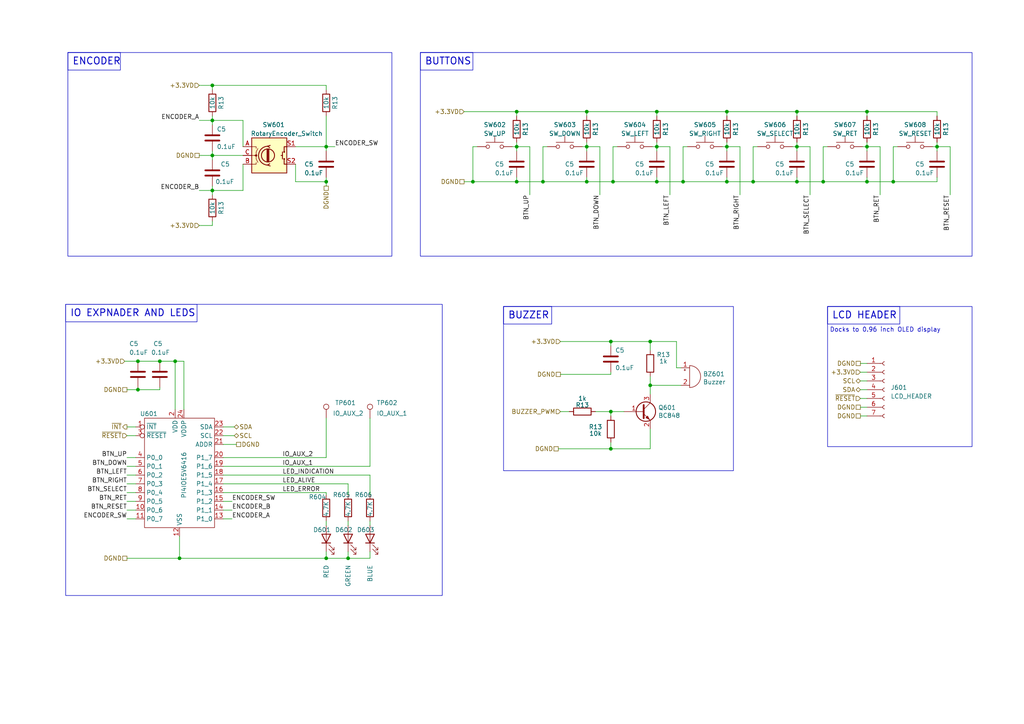
<source format=kicad_sch>
(kicad_sch (version 20230121) (generator eeschema)

  (uuid 93c90dd1-ce87-4407-aef4-43bc221a0037)

  (paper "A4")

  (title_block
    (title "Reflow Oven Control")
    (rev "0.1")
  )

  (lib_symbols
    (symbol "470_digital_io_port_expander:PI4IOE5V6416" (in_bom yes) (on_board yes)
      (property "Reference" "U8" (at -8.89 20.32 0)
        (effects (font (size 1.27 1.27)))
      )
      (property "Value" "PI4IOE5V6416" (at 1.27 0 90)
        (effects (font (size 1.27 1.27)))
      )
      (property "Footprint" "Package_SO:TSSOP-24_4.4x7.8mm_P0.65mm" (at 21.59 52.07 0)
        (effects (font (size 1.27 1.27)) hide)
      )
      (property "Datasheet" "https://www.diodes.com/assets/Datasheets/PI4IOE5V6416.pdf" (at 30.48 49.53 0)
        (effects (font (size 1.27 1.27)) hide)
      )
      (property "man" "diodes" (at -5.08 54.61 0)
        (effects (font (size 1.27 1.27)) hide)
      )
      (property "man_no" "PI4IOE5V6416LEX" (at 8.89 54.61 0)
        (effects (font (size 1.27 1.27)) hide)
      )
      (property "disti" "digikey" (at -5.08 46.99 0)
        (effects (font (size 1.27 1.27)) hide)
      )
      (property "disti_no" "PI4IOE5V6416LEXDITR-ND" (at 12.7 46.99 0)
        (effects (font (size 1.27 1.27)) hide)
      )
      (symbol "PI4IOE5V6416_0_0"
        (text_box ""
          (at -10.16 16.51 0) (size 20.32 -31.75)
          (stroke (width 0) (type default))
          (fill (type color) (color 0 0 0 0))
          (effects (font (size 1.27 1.27)) (justify left top))
        )
      )
      (symbol "PI4IOE5V6416_1_0"
        (pin output inverted (at -12.7 13.97 0) (length 2.54)
          (name "~{INT}" (effects (font (size 1.27 1.27))))
          (number "1" (effects (font (size 1.27 1.27))))
        )
        (pin bidirectional line (at -12.7 -10.16 0) (length 2.54)
          (name "P0_6" (effects (font (size 1.27 1.27))))
          (number "10" (effects (font (size 1.27 1.27))))
        )
        (pin bidirectional line (at -12.7 -12.7 0) (length 2.54)
          (name "P0_7" (effects (font (size 1.27 1.27))))
          (number "11" (effects (font (size 1.27 1.27))))
        )
        (pin passive line (at 0 -17.78 90) (length 2.54)
          (name "VSS" (effects (font (size 1.27 1.27))))
          (number "12" (effects (font (size 1.27 1.27))))
        )
        (pin bidirectional line (at 12.7 -12.7 180) (length 2.54)
          (name "P1_0" (effects (font (size 1.27 1.27))))
          (number "13" (effects (font (size 1.27 1.27))))
        )
        (pin bidirectional line (at 12.7 -10.16 180) (length 2.54)
          (name "P1_1" (effects (font (size 1.27 1.27))))
          (number "14" (effects (font (size 1.27 1.27))))
        )
        (pin bidirectional line (at 12.7 -7.62 180) (length 2.54)
          (name "P1_2" (effects (font (size 1.27 1.27))))
          (number "15" (effects (font (size 1.27 1.27))))
        )
        (pin bidirectional line (at 12.7 -5.08 180) (length 2.54)
          (name "P1_3" (effects (font (size 1.27 1.27))))
          (number "16" (effects (font (size 1.27 1.27))))
        )
        (pin bidirectional line (at 12.7 -2.54 180) (length 2.54)
          (name "P1_4" (effects (font (size 1.27 1.27))))
          (number "17" (effects (font (size 1.27 1.27))))
        )
        (pin bidirectional line (at 12.7 0 180) (length 2.54)
          (name "P1_5" (effects (font (size 1.27 1.27))))
          (number "18" (effects (font (size 1.27 1.27))))
        )
        (pin bidirectional line (at 12.7 2.54 180) (length 2.54)
          (name "P1_6" (effects (font (size 1.27 1.27))))
          (number "19" (effects (font (size 1.27 1.27))))
        )
        (pin power_in line (at -1.27 19.05 270) (length 2.54)
          (name "VDD" (effects (font (size 1.27 1.27))))
          (number "2" (effects (font (size 1.27 1.27))))
        )
        (pin bidirectional line (at 12.7 5.08 180) (length 2.54)
          (name "P1_7" (effects (font (size 1.27 1.27))))
          (number "20" (effects (font (size 1.27 1.27))))
        )
        (pin input line (at 12.7 8.89 180) (length 2.54)
          (name "ADDR" (effects (font (size 1.27 1.27))))
          (number "21" (effects (font (size 1.27 1.27))))
        )
        (pin open_collector line (at 12.7 11.43 180) (length 2.54)
          (name "SCL" (effects (font (size 1.27 1.27))))
          (number "22" (effects (font (size 1.27 1.27))))
        )
        (pin open_collector line (at 12.7 13.97 180) (length 2.54)
          (name "SDA" (effects (font (size 1.27 1.27))))
          (number "23" (effects (font (size 1.27 1.27))))
        )
        (pin power_in line (at 1.27 19.05 270) (length 2.54)
          (name "VDDP" (effects (font (size 1.27 1.27))))
          (number "24" (effects (font (size 1.27 1.27))))
        )
        (pin output inverted (at -12.7 11.43 0) (length 2.54)
          (name "~{RESET}" (effects (font (size 1.27 1.27))))
          (number "3" (effects (font (size 1.27 1.27))))
        )
        (pin bidirectional line (at -12.7 5.08 0) (length 2.54)
          (name "P0_0" (effects (font (size 1.27 1.27))))
          (number "4" (effects (font (size 1.27 1.27))))
        )
        (pin bidirectional line (at -12.7 2.54 0) (length 2.54)
          (name "P0_1" (effects (font (size 1.27 1.27))))
          (number "5" (effects (font (size 1.27 1.27))))
        )
        (pin bidirectional line (at -12.7 0 0) (length 2.54)
          (name "P0_2" (effects (font (size 1.27 1.27))))
          (number "6" (effects (font (size 1.27 1.27))))
        )
        (pin bidirectional line (at -12.7 -2.54 0) (length 2.54)
          (name "P0_3" (effects (font (size 1.27 1.27))))
          (number "7" (effects (font (size 1.27 1.27))))
        )
        (pin bidirectional line (at -12.7 -5.08 0) (length 2.54)
          (name "P0_4" (effects (font (size 1.27 1.27))))
          (number "8" (effects (font (size 1.27 1.27))))
        )
        (pin bidirectional line (at -12.7 -7.62 0) (length 2.54)
          (name "P0_5" (effects (font (size 1.27 1.27))))
          (number "9" (effects (font (size 1.27 1.27))))
        )
      )
    )
    (symbol "Connector:Conn_01x07_Female" (pin_names (offset 1.016) hide) (in_bom yes) (on_board yes)
      (property "Reference" "J" (at 0 10.16 0)
        (effects (font (size 1.27 1.27)))
      )
      (property "Value" "Conn_01x07_Female" (at 0 -10.16 0)
        (effects (font (size 1.27 1.27)))
      )
      (property "Footprint" "" (at 0 0 0)
        (effects (font (size 1.27 1.27)) hide)
      )
      (property "Datasheet" "~" (at 0 0 0)
        (effects (font (size 1.27 1.27)) hide)
      )
      (property "ki_keywords" "connector" (at 0 0 0)
        (effects (font (size 1.27 1.27)) hide)
      )
      (property "ki_description" "Generic connector, single row, 01x07, script generated (kicad-library-utils/schlib/autogen/connector/)" (at 0 0 0)
        (effects (font (size 1.27 1.27)) hide)
      )
      (property "ki_fp_filters" "Connector*:*_1x??_*" (at 0 0 0)
        (effects (font (size 1.27 1.27)) hide)
      )
      (symbol "Conn_01x07_Female_1_1"
        (arc (start 0 -7.112) (mid -0.5058 -7.62) (end 0 -8.128)
          (stroke (width 0.1524) (type default))
          (fill (type none))
        )
        (arc (start 0 -4.572) (mid -0.5058 -5.08) (end 0 -5.588)
          (stroke (width 0.1524) (type default))
          (fill (type none))
        )
        (arc (start 0 -2.032) (mid -0.5058 -2.54) (end 0 -3.048)
          (stroke (width 0.1524) (type default))
          (fill (type none))
        )
        (polyline
          (pts
            (xy -1.27 -7.62)
            (xy -0.508 -7.62)
          )
          (stroke (width 0.1524) (type default))
          (fill (type none))
        )
        (polyline
          (pts
            (xy -1.27 -5.08)
            (xy -0.508 -5.08)
          )
          (stroke (width 0.1524) (type default))
          (fill (type none))
        )
        (polyline
          (pts
            (xy -1.27 -2.54)
            (xy -0.508 -2.54)
          )
          (stroke (width 0.1524) (type default))
          (fill (type none))
        )
        (polyline
          (pts
            (xy -1.27 0)
            (xy -0.508 0)
          )
          (stroke (width 0.1524) (type default))
          (fill (type none))
        )
        (polyline
          (pts
            (xy -1.27 2.54)
            (xy -0.508 2.54)
          )
          (stroke (width 0.1524) (type default))
          (fill (type none))
        )
        (polyline
          (pts
            (xy -1.27 5.08)
            (xy -0.508 5.08)
          )
          (stroke (width 0.1524) (type default))
          (fill (type none))
        )
        (polyline
          (pts
            (xy -1.27 7.62)
            (xy -0.508 7.62)
          )
          (stroke (width 0.1524) (type default))
          (fill (type none))
        )
        (arc (start 0 0.508) (mid -0.5058 0) (end 0 -0.508)
          (stroke (width 0.1524) (type default))
          (fill (type none))
        )
        (arc (start 0 3.048) (mid -0.5058 2.54) (end 0 2.032)
          (stroke (width 0.1524) (type default))
          (fill (type none))
        )
        (arc (start 0 5.588) (mid -0.5058 5.08) (end 0 4.572)
          (stroke (width 0.1524) (type default))
          (fill (type none))
        )
        (arc (start 0 8.128) (mid -0.5058 7.62) (end 0 7.112)
          (stroke (width 0.1524) (type default))
          (fill (type none))
        )
        (pin passive line (at -5.08 7.62 0) (length 3.81)
          (name "Pin_1" (effects (font (size 1.27 1.27))))
          (number "1" (effects (font (size 1.27 1.27))))
        )
        (pin passive line (at -5.08 5.08 0) (length 3.81)
          (name "Pin_2" (effects (font (size 1.27 1.27))))
          (number "2" (effects (font (size 1.27 1.27))))
        )
        (pin passive line (at -5.08 2.54 0) (length 3.81)
          (name "Pin_3" (effects (font (size 1.27 1.27))))
          (number "3" (effects (font (size 1.27 1.27))))
        )
        (pin passive line (at -5.08 0 0) (length 3.81)
          (name "Pin_4" (effects (font (size 1.27 1.27))))
          (number "4" (effects (font (size 1.27 1.27))))
        )
        (pin passive line (at -5.08 -2.54 0) (length 3.81)
          (name "Pin_5" (effects (font (size 1.27 1.27))))
          (number "5" (effects (font (size 1.27 1.27))))
        )
        (pin passive line (at -5.08 -5.08 0) (length 3.81)
          (name "Pin_6" (effects (font (size 1.27 1.27))))
          (number "6" (effects (font (size 1.27 1.27))))
        )
        (pin passive line (at -5.08 -7.62 0) (length 3.81)
          (name "Pin_7" (effects (font (size 1.27 1.27))))
          (number "7" (effects (font (size 1.27 1.27))))
        )
      )
    )
    (symbol "Connector:TestPoint" (pin_numbers hide) (pin_names (offset 0.762) hide) (in_bom yes) (on_board yes)
      (property "Reference" "TP" (at 0 6.858 0)
        (effects (font (size 1.27 1.27)))
      )
      (property "Value" "TestPoint" (at 0 5.08 0)
        (effects (font (size 1.27 1.27)))
      )
      (property "Footprint" "" (at 5.08 0 0)
        (effects (font (size 1.27 1.27)) hide)
      )
      (property "Datasheet" "~" (at 5.08 0 0)
        (effects (font (size 1.27 1.27)) hide)
      )
      (property "ki_keywords" "test point tp" (at 0 0 0)
        (effects (font (size 1.27 1.27)) hide)
      )
      (property "ki_description" "test point" (at 0 0 0)
        (effects (font (size 1.27 1.27)) hide)
      )
      (property "ki_fp_filters" "Pin* Test*" (at 0 0 0)
        (effects (font (size 1.27 1.27)) hide)
      )
      (symbol "TestPoint_0_1"
        (circle (center 0 3.302) (radius 0.762)
          (stroke (width 0) (type default))
          (fill (type none))
        )
      )
      (symbol "TestPoint_1_1"
        (pin passive line (at 0 0 90) (length 2.54)
          (name "1" (effects (font (size 1.27 1.27))))
          (number "1" (effects (font (size 1.27 1.27))))
        )
      )
    )
    (symbol "Device:Buzzer" (pin_names (offset 0.0254) hide) (in_bom yes) (on_board yes)
      (property "Reference" "BZ" (at 3.81 1.27 0)
        (effects (font (size 1.27 1.27)) (justify left))
      )
      (property "Value" "Buzzer" (at 3.81 -1.27 0)
        (effects (font (size 1.27 1.27)) (justify left))
      )
      (property "Footprint" "" (at -0.635 2.54 90)
        (effects (font (size 1.27 1.27)) hide)
      )
      (property "Datasheet" "~" (at -0.635 2.54 90)
        (effects (font (size 1.27 1.27)) hide)
      )
      (property "ki_keywords" "quartz resonator ceramic" (at 0 0 0)
        (effects (font (size 1.27 1.27)) hide)
      )
      (property "ki_description" "Buzzer, polarized" (at 0 0 0)
        (effects (font (size 1.27 1.27)) hide)
      )
      (property "ki_fp_filters" "*Buzzer*" (at 0 0 0)
        (effects (font (size 1.27 1.27)) hide)
      )
      (symbol "Buzzer_0_1"
        (arc (start 0 -3.175) (mid 3.1612 0) (end 0 3.175)
          (stroke (width 0) (type default))
          (fill (type none))
        )
        (polyline
          (pts
            (xy -1.651 1.905)
            (xy -1.143 1.905)
          )
          (stroke (width 0) (type default))
          (fill (type none))
        )
        (polyline
          (pts
            (xy -1.397 2.159)
            (xy -1.397 1.651)
          )
          (stroke (width 0) (type default))
          (fill (type none))
        )
        (polyline
          (pts
            (xy 0 3.175)
            (xy 0 -3.175)
          )
          (stroke (width 0) (type default))
          (fill (type none))
        )
      )
      (symbol "Buzzer_1_1"
        (pin passive line (at -2.54 2.54 0) (length 2.54)
          (name "-" (effects (font (size 1.27 1.27))))
          (number "1" (effects (font (size 1.27 1.27))))
        )
        (pin passive line (at -2.54 -2.54 0) (length 2.54)
          (name "+" (effects (font (size 1.27 1.27))))
          (number "2" (effects (font (size 1.27 1.27))))
        )
      )
    )
    (symbol "Device:C" (pin_numbers hide) (pin_names (offset 0.254)) (in_bom yes) (on_board yes)
      (property "Reference" "C" (at 0.635 2.54 0)
        (effects (font (size 1.27 1.27)) (justify left))
      )
      (property "Value" "C" (at 0.635 -2.54 0)
        (effects (font (size 1.27 1.27)) (justify left))
      )
      (property "Footprint" "" (at 0.9652 -3.81 0)
        (effects (font (size 1.27 1.27)) hide)
      )
      (property "Datasheet" "~" (at 0 0 0)
        (effects (font (size 1.27 1.27)) hide)
      )
      (property "ki_keywords" "cap capacitor" (at 0 0 0)
        (effects (font (size 1.27 1.27)) hide)
      )
      (property "ki_description" "Unpolarized capacitor" (at 0 0 0)
        (effects (font (size 1.27 1.27)) hide)
      )
      (property "ki_fp_filters" "C_*" (at 0 0 0)
        (effects (font (size 1.27 1.27)) hide)
      )
      (symbol "C_0_1"
        (polyline
          (pts
            (xy -2.032 -0.762)
            (xy 2.032 -0.762)
          )
          (stroke (width 0.508) (type default))
          (fill (type none))
        )
        (polyline
          (pts
            (xy -2.032 0.762)
            (xy 2.032 0.762)
          )
          (stroke (width 0.508) (type default))
          (fill (type none))
        )
      )
      (symbol "C_1_1"
        (pin passive line (at 0 3.81 270) (length 2.794)
          (name "~" (effects (font (size 1.27 1.27))))
          (number "1" (effects (font (size 1.27 1.27))))
        )
        (pin passive line (at 0 -3.81 90) (length 2.794)
          (name "~" (effects (font (size 1.27 1.27))))
          (number "2" (effects (font (size 1.27 1.27))))
        )
      )
    )
    (symbol "Device:LED" (pin_numbers hide) (pin_names (offset 1.016) hide) (in_bom yes) (on_board yes)
      (property "Reference" "D" (at 0 2.54 0)
        (effects (font (size 1.27 1.27)))
      )
      (property "Value" "LED" (at 0 -2.54 0)
        (effects (font (size 1.27 1.27)))
      )
      (property "Footprint" "" (at 0 0 0)
        (effects (font (size 1.27 1.27)) hide)
      )
      (property "Datasheet" "~" (at 0 0 0)
        (effects (font (size 1.27 1.27)) hide)
      )
      (property "ki_keywords" "LED diode" (at 0 0 0)
        (effects (font (size 1.27 1.27)) hide)
      )
      (property "ki_description" "Light emitting diode" (at 0 0 0)
        (effects (font (size 1.27 1.27)) hide)
      )
      (property "ki_fp_filters" "LED* LED_SMD:* LED_THT:*" (at 0 0 0)
        (effects (font (size 1.27 1.27)) hide)
      )
      (symbol "LED_0_1"
        (polyline
          (pts
            (xy -1.27 -1.27)
            (xy -1.27 1.27)
          )
          (stroke (width 0.254) (type default))
          (fill (type none))
        )
        (polyline
          (pts
            (xy -1.27 0)
            (xy 1.27 0)
          )
          (stroke (width 0) (type default))
          (fill (type none))
        )
        (polyline
          (pts
            (xy 1.27 -1.27)
            (xy 1.27 1.27)
            (xy -1.27 0)
            (xy 1.27 -1.27)
          )
          (stroke (width 0.254) (type default))
          (fill (type none))
        )
        (polyline
          (pts
            (xy -3.048 -0.762)
            (xy -4.572 -2.286)
            (xy -3.81 -2.286)
            (xy -4.572 -2.286)
            (xy -4.572 -1.524)
          )
          (stroke (width 0) (type default))
          (fill (type none))
        )
        (polyline
          (pts
            (xy -1.778 -0.762)
            (xy -3.302 -2.286)
            (xy -2.54 -2.286)
            (xy -3.302 -2.286)
            (xy -3.302 -1.524)
          )
          (stroke (width 0) (type default))
          (fill (type none))
        )
      )
      (symbol "LED_1_1"
        (pin passive line (at -3.81 0 0) (length 2.54)
          (name "K" (effects (font (size 1.27 1.27))))
          (number "1" (effects (font (size 1.27 1.27))))
        )
        (pin passive line (at 3.81 0 180) (length 2.54)
          (name "A" (effects (font (size 1.27 1.27))))
          (number "2" (effects (font (size 1.27 1.27))))
        )
      )
    )
    (symbol "Device:R" (pin_numbers hide) (pin_names (offset 0)) (in_bom yes) (on_board yes)
      (property "Reference" "R" (at 2.032 0 90)
        (effects (font (size 1.27 1.27)))
      )
      (property "Value" "R" (at 0 0 90)
        (effects (font (size 1.27 1.27)))
      )
      (property "Footprint" "" (at -1.778 0 90)
        (effects (font (size 1.27 1.27)) hide)
      )
      (property "Datasheet" "~" (at 0 0 0)
        (effects (font (size 1.27 1.27)) hide)
      )
      (property "ki_keywords" "R res resistor" (at 0 0 0)
        (effects (font (size 1.27 1.27)) hide)
      )
      (property "ki_description" "Resistor" (at 0 0 0)
        (effects (font (size 1.27 1.27)) hide)
      )
      (property "ki_fp_filters" "R_*" (at 0 0 0)
        (effects (font (size 1.27 1.27)) hide)
      )
      (symbol "R_0_1"
        (rectangle (start -1.016 -2.54) (end 1.016 2.54)
          (stroke (width 0.254) (type default))
          (fill (type none))
        )
      )
      (symbol "R_1_1"
        (pin passive line (at 0 3.81 270) (length 1.27)
          (name "~" (effects (font (size 1.27 1.27))))
          (number "1" (effects (font (size 1.27 1.27))))
        )
        (pin passive line (at 0 -3.81 90) (length 1.27)
          (name "~" (effects (font (size 1.27 1.27))))
          (number "2" (effects (font (size 1.27 1.27))))
        )
      )
    )
    (symbol "Device:RotaryEncoder_Switch" (pin_names (offset 0.254) hide) (in_bom yes) (on_board yes)
      (property "Reference" "SW" (at 0 6.604 0)
        (effects (font (size 1.27 1.27)))
      )
      (property "Value" "RotaryEncoder_Switch" (at 0 -6.604 0)
        (effects (font (size 1.27 1.27)))
      )
      (property "Footprint" "" (at -3.81 4.064 0)
        (effects (font (size 1.27 1.27)) hide)
      )
      (property "Datasheet" "~" (at 0 6.604 0)
        (effects (font (size 1.27 1.27)) hide)
      )
      (property "ki_keywords" "rotary switch encoder switch push button" (at 0 0 0)
        (effects (font (size 1.27 1.27)) hide)
      )
      (property "ki_description" "Rotary encoder, dual channel, incremental quadrate outputs, with switch" (at 0 0 0)
        (effects (font (size 1.27 1.27)) hide)
      )
      (property "ki_fp_filters" "RotaryEncoder*Switch*" (at 0 0 0)
        (effects (font (size 1.27 1.27)) hide)
      )
      (symbol "RotaryEncoder_Switch_0_1"
        (rectangle (start -5.08 5.08) (end 5.08 -5.08)
          (stroke (width 0.254) (type default))
          (fill (type background))
        )
        (circle (center -3.81 0) (radius 0.254)
          (stroke (width 0) (type default))
          (fill (type outline))
        )
        (circle (center -0.381 0) (radius 1.905)
          (stroke (width 0.254) (type default))
          (fill (type none))
        )
        (arc (start -0.381 2.667) (mid -3.0988 -0.0635) (end -0.381 -2.794)
          (stroke (width 0.254) (type default))
          (fill (type none))
        )
        (polyline
          (pts
            (xy -0.635 -1.778)
            (xy -0.635 1.778)
          )
          (stroke (width 0.254) (type default))
          (fill (type none))
        )
        (polyline
          (pts
            (xy -0.381 -1.778)
            (xy -0.381 1.778)
          )
          (stroke (width 0.254) (type default))
          (fill (type none))
        )
        (polyline
          (pts
            (xy -0.127 1.778)
            (xy -0.127 -1.778)
          )
          (stroke (width 0.254) (type default))
          (fill (type none))
        )
        (polyline
          (pts
            (xy 3.81 0)
            (xy 3.429 0)
          )
          (stroke (width 0.254) (type default))
          (fill (type none))
        )
        (polyline
          (pts
            (xy 3.81 1.016)
            (xy 3.81 -1.016)
          )
          (stroke (width 0.254) (type default))
          (fill (type none))
        )
        (polyline
          (pts
            (xy -5.08 -2.54)
            (xy -3.81 -2.54)
            (xy -3.81 -2.032)
          )
          (stroke (width 0) (type default))
          (fill (type none))
        )
        (polyline
          (pts
            (xy -5.08 2.54)
            (xy -3.81 2.54)
            (xy -3.81 2.032)
          )
          (stroke (width 0) (type default))
          (fill (type none))
        )
        (polyline
          (pts
            (xy 0.254 -3.048)
            (xy -0.508 -2.794)
            (xy 0.127 -2.413)
          )
          (stroke (width 0.254) (type default))
          (fill (type none))
        )
        (polyline
          (pts
            (xy 0.254 2.921)
            (xy -0.508 2.667)
            (xy 0.127 2.286)
          )
          (stroke (width 0.254) (type default))
          (fill (type none))
        )
        (polyline
          (pts
            (xy 5.08 -2.54)
            (xy 4.318 -2.54)
            (xy 4.318 -1.016)
          )
          (stroke (width 0.254) (type default))
          (fill (type none))
        )
        (polyline
          (pts
            (xy 5.08 2.54)
            (xy 4.318 2.54)
            (xy 4.318 1.016)
          )
          (stroke (width 0.254) (type default))
          (fill (type none))
        )
        (polyline
          (pts
            (xy -5.08 0)
            (xy -3.81 0)
            (xy -3.81 -1.016)
            (xy -3.302 -2.032)
          )
          (stroke (width 0) (type default))
          (fill (type none))
        )
        (polyline
          (pts
            (xy -4.318 0)
            (xy -3.81 0)
            (xy -3.81 1.016)
            (xy -3.302 2.032)
          )
          (stroke (width 0) (type default))
          (fill (type none))
        )
        (circle (center 4.318 -1.016) (radius 0.127)
          (stroke (width 0.254) (type default))
          (fill (type none))
        )
        (circle (center 4.318 1.016) (radius 0.127)
          (stroke (width 0.254) (type default))
          (fill (type none))
        )
      )
      (symbol "RotaryEncoder_Switch_1_1"
        (pin passive line (at -7.62 2.54 0) (length 2.54)
          (name "A" (effects (font (size 1.27 1.27))))
          (number "A" (effects (font (size 1.27 1.27))))
        )
        (pin passive line (at -7.62 -2.54 0) (length 2.54)
          (name "B" (effects (font (size 1.27 1.27))))
          (number "B" (effects (font (size 1.27 1.27))))
        )
        (pin passive line (at -7.62 0 0) (length 2.54)
          (name "C" (effects (font (size 1.27 1.27))))
          (number "C" (effects (font (size 1.27 1.27))))
        )
        (pin passive line (at 7.62 2.54 180) (length 2.54)
          (name "S1" (effects (font (size 1.27 1.27))))
          (number "S1" (effects (font (size 1.27 1.27))))
        )
        (pin passive line (at 7.62 -2.54 180) (length 2.54)
          (name "S2" (effects (font (size 1.27 1.27))))
          (number "S2" (effects (font (size 1.27 1.27))))
        )
      )
    )
    (symbol "Switch:SW_Push" (pin_numbers hide) (pin_names (offset 1.016) hide) (in_bom yes) (on_board yes)
      (property "Reference" "SW" (at 1.27 2.54 0)
        (effects (font (size 1.27 1.27)) (justify left))
      )
      (property "Value" "SW_Push" (at 0 -1.524 0)
        (effects (font (size 1.27 1.27)))
      )
      (property "Footprint" "" (at 0 5.08 0)
        (effects (font (size 1.27 1.27)) hide)
      )
      (property "Datasheet" "~" (at 0 5.08 0)
        (effects (font (size 1.27 1.27)) hide)
      )
      (property "ki_keywords" "switch normally-open pushbutton push-button" (at 0 0 0)
        (effects (font (size 1.27 1.27)) hide)
      )
      (property "ki_description" "Push button switch, generic, two pins" (at 0 0 0)
        (effects (font (size 1.27 1.27)) hide)
      )
      (symbol "SW_Push_0_1"
        (circle (center -2.032 0) (radius 0.508)
          (stroke (width 0) (type default))
          (fill (type none))
        )
        (polyline
          (pts
            (xy 0 1.27)
            (xy 0 3.048)
          )
          (stroke (width 0) (type default))
          (fill (type none))
        )
        (polyline
          (pts
            (xy 2.54 1.27)
            (xy -2.54 1.27)
          )
          (stroke (width 0) (type default))
          (fill (type none))
        )
        (circle (center 2.032 0) (radius 0.508)
          (stroke (width 0) (type default))
          (fill (type none))
        )
        (pin passive line (at -5.08 0 0) (length 2.54)
          (name "1" (effects (font (size 1.27 1.27))))
          (number "1" (effects (font (size 1.27 1.27))))
        )
        (pin passive line (at 5.08 0 180) (length 2.54)
          (name "2" (effects (font (size 1.27 1.27))))
          (number "2" (effects (font (size 1.27 1.27))))
        )
      )
    )
    (symbol "Transistor_BJT:BC848" (pin_names (offset 0) hide) (in_bom yes) (on_board yes)
      (property "Reference" "Q" (at 5.08 1.905 0)
        (effects (font (size 1.27 1.27)) (justify left))
      )
      (property "Value" "BC848" (at 5.08 0 0)
        (effects (font (size 1.27 1.27)) (justify left))
      )
      (property "Footprint" "Package_TO_SOT_SMD:SOT-23" (at 5.08 -1.905 0)
        (effects (font (size 1.27 1.27) italic) (justify left) hide)
      )
      (property "Datasheet" "http://www.infineon.com/dgdl/Infineon-BC847SERIES_BC848SERIES_BC849SERIES_BC850SERIES-DS-v01_01-en.pdf?fileId=db3a304314dca389011541d4630a1657" (at 0 0 0)
        (effects (font (size 1.27 1.27)) (justify left) hide)
      )
      (property "ki_keywords" "NPN Small Signal Transistor" (at 0 0 0)
        (effects (font (size 1.27 1.27)) hide)
      )
      (property "ki_description" "0.1A Ic, 30V Vce, NPN Transistor, SOT-23" (at 0 0 0)
        (effects (font (size 1.27 1.27)) hide)
      )
      (property "ki_fp_filters" "SOT?23*" (at 0 0 0)
        (effects (font (size 1.27 1.27)) hide)
      )
      (symbol "BC848_0_1"
        (polyline
          (pts
            (xy 0.635 0.635)
            (xy 2.54 2.54)
          )
          (stroke (width 0) (type default))
          (fill (type none))
        )
        (polyline
          (pts
            (xy 0.635 -0.635)
            (xy 2.54 -2.54)
            (xy 2.54 -2.54)
          )
          (stroke (width 0) (type default))
          (fill (type none))
        )
        (polyline
          (pts
            (xy 0.635 1.905)
            (xy 0.635 -1.905)
            (xy 0.635 -1.905)
          )
          (stroke (width 0.508) (type default))
          (fill (type none))
        )
        (polyline
          (pts
            (xy 1.27 -1.778)
            (xy 1.778 -1.27)
            (xy 2.286 -2.286)
            (xy 1.27 -1.778)
            (xy 1.27 -1.778)
          )
          (stroke (width 0) (type default))
          (fill (type outline))
        )
        (circle (center 1.27 0) (radius 2.8194)
          (stroke (width 0.254) (type default))
          (fill (type none))
        )
      )
      (symbol "BC848_1_1"
        (pin input line (at -5.08 0 0) (length 5.715)
          (name "B" (effects (font (size 1.27 1.27))))
          (number "1" (effects (font (size 1.27 1.27))))
        )
        (pin passive line (at 2.54 -5.08 90) (length 2.54)
          (name "E" (effects (font (size 1.27 1.27))))
          (number "2" (effects (font (size 1.27 1.27))))
        )
        (pin passive line (at 2.54 5.08 270) (length 2.54)
          (name "C" (effects (font (size 1.27 1.27))))
          (number "3" (effects (font (size 1.27 1.27))))
        )
      )
    )
  )

  (junction (at 61.595 45.085) (diameter 0) (color 0 0 0 0)
    (uuid 00c2325b-4db5-4ada-b63c-368438896a06)
  )
  (junction (at 40.005 104.775) (diameter 0) (color 0 0 0 0)
    (uuid 0c2b6892-36f8-445c-980a-8154c59da355)
  )
  (junction (at 210.82 32.385) (diameter 0) (color 0 0 0 0)
    (uuid 101ceae1-4962-4ff4-885d-d465feefbc14)
  )
  (junction (at 190.5 42.545) (diameter 0) (color 0 0 0 0)
    (uuid 11de8dac-7d09-4bce-bd9b-cf66f814ba59)
  )
  (junction (at 177.8 52.705) (diameter 0) (color 0 0 0 0)
    (uuid 182e6a90-f1f0-47ee-a316-603fe413d9b4)
  )
  (junction (at 52.07 161.925) (diameter 0) (color 0 0 0 0)
    (uuid 28edc290-44e8-4c33-ad45-01244c2ce888)
  )
  (junction (at 188.595 111.76) (diameter 0) (color 0 0 0 0)
    (uuid 32d0c88e-649a-4b65-bcb9-317a5323eb37)
  )
  (junction (at 251.46 42.545) (diameter 0) (color 0 0 0 0)
    (uuid 3374bc14-0e5d-4f60-afcd-f8087582ac6d)
  )
  (junction (at 149.86 42.545) (diameter 0) (color 0 0 0 0)
    (uuid 377a2145-60f4-4975-8230-dc11d1de4952)
  )
  (junction (at 271.78 42.545) (diameter 0) (color 0 0 0 0)
    (uuid 43227cbb-1d2c-41bc-a617-da44a821c0b3)
  )
  (junction (at 40.005 113.03) (diameter 0) (color 0 0 0 0)
    (uuid 4759df5c-d486-495b-a0c0-f832f95499e6)
  )
  (junction (at 61.595 55.245) (diameter 0) (color 0 0 0 0)
    (uuid 564b37c8-a096-49fc-9f4b-81e619b8b29a)
  )
  (junction (at 231.14 52.705) (diameter 0) (color 0 0 0 0)
    (uuid 565c36da-8425-4886-ba0b-39988cf25022)
  )
  (junction (at 170.18 42.545) (diameter 0) (color 0 0 0 0)
    (uuid 57b529cd-6c9b-4be8-8e62-1330fa90c931)
  )
  (junction (at 177.165 99.06) (diameter 0) (color 0 0 0 0)
    (uuid 59475a27-7eee-4852-97bd-8c257d1bb5a9)
  )
  (junction (at 157.48 52.705) (diameter 0) (color 0 0 0 0)
    (uuid 5b87ed25-c75b-41ad-b92d-50cb3fcb665b)
  )
  (junction (at 259.08 52.705) (diameter 0) (color 0 0 0 0)
    (uuid 5bd99635-5e15-4470-8b6b-b2be25c79cea)
  )
  (junction (at 61.595 24.765) (diameter 0) (color 0 0 0 0)
    (uuid 5eae82c8-7623-42ee-829d-20f2faf3396d)
  )
  (junction (at 137.16 52.705) (diameter 0) (color 0 0 0 0)
    (uuid 63b7c7ef-1f61-4c3b-9086-b06d1ba7c8a8)
  )
  (junction (at 61.595 34.925) (diameter 0) (color 0 0 0 0)
    (uuid 675e8967-d43b-4fab-9e37-8d738e00ffad)
  )
  (junction (at 170.18 52.705) (diameter 0) (color 0 0 0 0)
    (uuid 6c3902ba-e94e-4024-8789-3e6bedcf0069)
  )
  (junction (at 238.76 52.705) (diameter 0) (color 0 0 0 0)
    (uuid 6d1c3290-ae4e-4262-868f-521deac4ff11)
  )
  (junction (at 46.355 104.775) (diameter 0) (color 0 0 0 0)
    (uuid 71e2122e-b78e-4593-a420-b63ed7391c97)
  )
  (junction (at 149.86 52.705) (diameter 0) (color 0 0 0 0)
    (uuid 77a3462a-a752-473a-8243-f6a4436273ce)
  )
  (junction (at 177.165 130.175) (diameter 0) (color 0 0 0 0)
    (uuid 780d02ef-ed5e-4397-9218-df868ce8770e)
  )
  (junction (at 94.615 161.925) (diameter 0) (color 0 0 0 0)
    (uuid 82541385-8c94-428b-802d-668d6db5dfd4)
  )
  (junction (at 149.86 32.385) (diameter 0) (color 0 0 0 0)
    (uuid 8381f874-b8d4-4546-89a7-9b45d73efcf5)
  )
  (junction (at 231.14 42.545) (diameter 0) (color 0 0 0 0)
    (uuid 8bab8e3a-bf3c-48a8-b1ea-da265ea59ae6)
  )
  (junction (at 50.8 104.775) (diameter 0) (color 0 0 0 0)
    (uuid 8d2b6f75-4116-4b85-8a5e-2fa3bbfd3ef6)
  )
  (junction (at 188.595 99.06) (diameter 0) (color 0 0 0 0)
    (uuid 907d46b3-61d2-431d-a228-c78a2fc03947)
  )
  (junction (at 231.14 32.385) (diameter 0) (color 0 0 0 0)
    (uuid 9e4c58c2-4a76-4963-9224-cfc2448af489)
  )
  (junction (at 210.82 52.705) (diameter 0) (color 0 0 0 0)
    (uuid a258089f-149a-4b78-a40d-b733d829bd22)
  )
  (junction (at 190.5 32.385) (diameter 0) (color 0 0 0 0)
    (uuid b3aaf41d-d9e7-48f5-81e8-90e2c2292dec)
  )
  (junction (at 251.46 32.385) (diameter 0) (color 0 0 0 0)
    (uuid b3fa5c27-ed08-4944-a16d-68ccee81fcda)
  )
  (junction (at 210.82 42.545) (diameter 0) (color 0 0 0 0)
    (uuid b4710c95-ab2f-4433-9ca8-8beb81920a61)
  )
  (junction (at 218.44 52.705) (diameter 0) (color 0 0 0 0)
    (uuid b5c3a598-7696-4915-a764-9d3502104223)
  )
  (junction (at 251.46 52.705) (diameter 0) (color 0 0 0 0)
    (uuid bf559e0c-3393-47e9-85f4-05895fd13277)
  )
  (junction (at 94.615 42.545) (diameter 0) (color 0 0 0 0)
    (uuid c59d79d1-a0ad-40ab-adb9-554bedde1ab8)
  )
  (junction (at 177.165 119.38) (diameter 0) (color 0 0 0 0)
    (uuid c785e5d0-cbac-406b-9a24-d10e497cc365)
  )
  (junction (at 100.965 161.925) (diameter 0) (color 0 0 0 0)
    (uuid c816872d-da83-4c94-8634-97ea13ebebd5)
  )
  (junction (at 190.5 52.705) (diameter 0) (color 0 0 0 0)
    (uuid d14402a7-7f8c-4093-88d8-4a6975dc63a1)
  )
  (junction (at 198.12 52.705) (diameter 0) (color 0 0 0 0)
    (uuid d2643f05-1a57-48f1-8791-e925c23a107c)
  )
  (junction (at 170.18 32.385) (diameter 0) (color 0 0 0 0)
    (uuid de7f6d4f-2023-4e77-970a-03e2aa06240c)
  )
  (junction (at 94.615 52.705) (diameter 0) (color 0 0 0 0)
    (uuid f702f326-4ddf-4f87-bf4f-f5889b33c91a)
  )

  (wire (pts (xy 231.14 42.545) (xy 231.14 43.815))
    (stroke (width 0) (type default))
    (uuid 03ff3f0c-beab-48e2-8bdc-139a65864598)
  )
  (wire (pts (xy 61.595 36.195) (xy 61.595 34.925))
    (stroke (width 0) (type default))
    (uuid 0686d712-59cb-4789-9311-24d4d981e252)
  )
  (wire (pts (xy 64.77 150.495) (xy 67.31 150.495))
    (stroke (width 0) (type default))
    (uuid 07b65da2-b433-470a-88f2-e7e1a47e928e)
  )
  (wire (pts (xy 36.83 137.795) (xy 39.37 137.795))
    (stroke (width 0) (type default))
    (uuid 08d94371-c5e3-44ed-8e0d-7400fda6ff2c)
  )
  (wire (pts (xy 271.78 52.705) (xy 271.78 51.435))
    (stroke (width 0) (type default))
    (uuid 0a8f0a97-0d84-4d78-a201-a65afc4c147e)
  )
  (wire (pts (xy 36.83 135.255) (xy 39.37 135.255))
    (stroke (width 0) (type default))
    (uuid 0b4c3ff6-973c-4031-b4cf-2e75d7e44557)
  )
  (wire (pts (xy 170.18 32.385) (xy 190.5 32.385))
    (stroke (width 0) (type default))
    (uuid 0bc4d861-b9d7-4d60-947d-8fc4466a4605)
  )
  (wire (pts (xy 137.16 42.545) (xy 137.16 52.705))
    (stroke (width 0) (type default))
    (uuid 0d9402c7-eb2f-49ae-b19c-5b082ef8f233)
  )
  (wire (pts (xy 210.82 32.385) (xy 210.82 33.655))
    (stroke (width 0) (type default))
    (uuid 0e430bf7-679e-400d-8192-84f55f6c9569)
  )
  (wire (pts (xy 64.77 140.335) (xy 100.965 140.335))
    (stroke (width 0) (type default))
    (uuid 0f2a059d-33c5-4c43-a07f-93382846515f)
  )
  (wire (pts (xy 196.215 106.68) (xy 196.215 99.06))
    (stroke (width 0) (type default))
    (uuid 11998459-59a7-4329-a068-8a082373f736)
  )
  (wire (pts (xy 198.12 52.705) (xy 210.82 52.705))
    (stroke (width 0) (type default))
    (uuid 13091cde-6168-444f-af4a-d9d1e3d2d91a)
  )
  (wire (pts (xy 231.14 52.705) (xy 231.14 51.435))
    (stroke (width 0) (type default))
    (uuid 13cc6b40-0b7d-4d61-8d35-5ac0a3a64c89)
  )
  (wire (pts (xy 52.07 161.925) (xy 94.615 161.925))
    (stroke (width 0) (type default))
    (uuid 14ed65da-0ffe-4a6b-b267-7a53ad450980)
  )
  (wire (pts (xy 134.62 52.705) (xy 137.16 52.705))
    (stroke (width 0) (type default))
    (uuid 15ba1e84-8347-4a9f-83e3-1dd646a285da)
  )
  (wire (pts (xy 61.595 24.765) (xy 94.615 24.765))
    (stroke (width 0) (type default))
    (uuid 189ad917-d80d-4e6e-9592-23d092de3841)
  )
  (wire (pts (xy 40.005 104.775) (xy 46.355 104.775))
    (stroke (width 0) (type default))
    (uuid 195e2fc1-c239-44c4-9175-93209e7a21d3)
  )
  (wire (pts (xy 188.595 111.76) (xy 188.595 114.3))
    (stroke (width 0) (type default))
    (uuid 19c5f564-102c-4d69-b85c-d822a40048e5)
  )
  (wire (pts (xy 170.18 41.275) (xy 170.18 42.545))
    (stroke (width 0) (type default))
    (uuid 1a9b26bc-d7b1-4acd-b579-57d8d4f293db)
  )
  (wire (pts (xy 64.77 132.715) (xy 94.615 132.715))
    (stroke (width 0) (type default))
    (uuid 1b2da065-390e-4ebd-ad4e-87daafccf99a)
  )
  (wire (pts (xy 61.595 65.405) (xy 61.595 64.135))
    (stroke (width 0) (type default))
    (uuid 1d7c7243-492a-4ae4-a27a-4102e704ac99)
  )
  (wire (pts (xy 271.78 42.545) (xy 271.78 43.815))
    (stroke (width 0) (type default))
    (uuid 1e4df0b9-bc9b-4553-9e7b-d4cd8e312f5e)
  )
  (wire (pts (xy 231.14 42.545) (xy 234.95 42.545))
    (stroke (width 0) (type default))
    (uuid 1fa7c5ad-2643-46ac-8140-45dd58cd43b8)
  )
  (wire (pts (xy 61.595 34.925) (xy 70.485 34.925))
    (stroke (width 0) (type default))
    (uuid 1fab84ce-d512-4090-a695-4387d0877470)
  )
  (wire (pts (xy 210.82 41.275) (xy 210.82 42.545))
    (stroke (width 0) (type default))
    (uuid 214a68ab-5e06-4e93-b14d-9a7ad6786a57)
  )
  (wire (pts (xy 149.86 52.705) (xy 157.48 52.705))
    (stroke (width 0) (type default))
    (uuid 22a41d8a-3dc0-45d3-9d52-6341e43c50d2)
  )
  (wire (pts (xy 177.165 130.175) (xy 188.595 130.175))
    (stroke (width 0) (type default))
    (uuid 234b9fcb-4eff-48ee-bd4f-e981dde596aa)
  )
  (wire (pts (xy 149.86 52.705) (xy 149.86 51.435))
    (stroke (width 0) (type default))
    (uuid 244d8c1f-c0cf-4616-be96-e8d4fa818460)
  )
  (wire (pts (xy 188.595 109.22) (xy 188.595 111.76))
    (stroke (width 0) (type default))
    (uuid 24b9cbe3-33cc-4b39-98c8-6042b5769009)
  )
  (wire (pts (xy 70.485 47.625) (xy 70.485 55.245))
    (stroke (width 0) (type default))
    (uuid 24e242d8-5884-4f69-92d6-d9a6da967dce)
  )
  (wire (pts (xy 170.18 52.705) (xy 177.8 52.705))
    (stroke (width 0) (type default))
    (uuid 26b3cc88-43ee-43bc-82fc-5a1417aeeba1)
  )
  (wire (pts (xy 36.83 145.415) (xy 39.37 145.415))
    (stroke (width 0) (type default))
    (uuid 271c230a-b78f-4033-83d4-80f1a8f3e9db)
  )
  (wire (pts (xy 177.8 42.545) (xy 179.07 42.545))
    (stroke (width 0) (type default))
    (uuid 27298b44-6d08-42ad-8b4b-ced3eeb4ac0d)
  )
  (wire (pts (xy 259.08 42.545) (xy 260.35 42.545))
    (stroke (width 0) (type default))
    (uuid 29aaabcf-561a-4caa-ac0a-820fffde4a4f)
  )
  (wire (pts (xy 190.5 42.545) (xy 190.5 43.815))
    (stroke (width 0) (type default))
    (uuid 29e91d30-33b8-4131-b97e-63cbe37124b5)
  )
  (wire (pts (xy 53.34 104.775) (xy 53.34 118.745))
    (stroke (width 0) (type default))
    (uuid 2a1d7ac6-88d8-4443-b9cf-0751eff2b412)
  )
  (wire (pts (xy 149.86 41.275) (xy 149.86 42.545))
    (stroke (width 0) (type default))
    (uuid 2a6ba62e-6e64-487a-bbb8-105eb37477d1)
  )
  (wire (pts (xy 94.615 52.705) (xy 94.615 53.975))
    (stroke (width 0) (type default))
    (uuid 2bf90de4-719d-4105-81ed-d8419ef2c59d)
  )
  (wire (pts (xy 107.315 121.285) (xy 107.315 135.255))
    (stroke (width 0) (type default))
    (uuid 2c1fd4cd-86e3-4636-ac0f-43fdaefcc4fe)
  )
  (wire (pts (xy 214.63 42.545) (xy 214.63 56.515))
    (stroke (width 0) (type default))
    (uuid 2e4b41c8-0a46-40dd-9cc9-f2104742c8b1)
  )
  (wire (pts (xy 36.83 140.335) (xy 39.37 140.335))
    (stroke (width 0) (type default))
    (uuid 2ea8b1e3-e685-4711-8f7b-a947df62e751)
  )
  (wire (pts (xy 36.83 123.825) (xy 39.37 123.825))
    (stroke (width 0) (type default))
    (uuid 2f0fcb13-2bfb-4ca3-b7e4-23a5a50650ef)
  )
  (wire (pts (xy 46.355 113.03) (xy 40.005 113.03))
    (stroke (width 0) (type default))
    (uuid 30df2ad1-fd51-440c-b4f5-1e7aca6fab53)
  )
  (wire (pts (xy 157.48 52.705) (xy 170.18 52.705))
    (stroke (width 0) (type default))
    (uuid 318b1daf-1222-4231-b001-8422db0df873)
  )
  (wire (pts (xy 61.595 33.655) (xy 61.595 34.925))
    (stroke (width 0) (type default))
    (uuid 31fa02b9-3899-4a04-92a0-b314230ada4a)
  )
  (wire (pts (xy 275.59 42.545) (xy 275.59 56.515))
    (stroke (width 0) (type default))
    (uuid 37abaf28-3c23-46b9-ae7c-1773c7d21697)
  )
  (wire (pts (xy 218.44 52.705) (xy 231.14 52.705))
    (stroke (width 0) (type default))
    (uuid 38b90cf9-3e7e-457f-9205-cc8e54249237)
  )
  (wire (pts (xy 94.615 132.715) (xy 94.615 121.285))
    (stroke (width 0) (type default))
    (uuid 397f66cb-d41c-4158-bec8-5f654f0e17b2)
  )
  (wire (pts (xy 210.82 42.545) (xy 214.63 42.545))
    (stroke (width 0) (type default))
    (uuid 3aa45e92-3942-4bcd-aaee-97aac1248781)
  )
  (wire (pts (xy 188.595 99.06) (xy 188.595 101.6))
    (stroke (width 0) (type default))
    (uuid 3b154c21-eba3-4a40-b49f-0ffeb40a2706)
  )
  (wire (pts (xy 85.725 42.545) (xy 94.615 42.545))
    (stroke (width 0) (type default))
    (uuid 3d412727-5c8c-4a99-9a6f-3fead819d256)
  )
  (wire (pts (xy 36.83 132.715) (xy 39.37 132.715))
    (stroke (width 0) (type default))
    (uuid 41d2f326-61c1-46e8-83df-e3da13606b75)
  )
  (wire (pts (xy 251.46 42.545) (xy 251.46 43.815))
    (stroke (width 0) (type default))
    (uuid 420c7359-5395-4015-960b-edec30b17440)
  )
  (wire (pts (xy 70.485 34.925) (xy 70.485 42.545))
    (stroke (width 0) (type default))
    (uuid 442622a3-7fd8-455b-b8ac-cda28e3098fb)
  )
  (wire (pts (xy 270.51 42.545) (xy 271.78 42.545))
    (stroke (width 0) (type default))
    (uuid 46676e58-4429-41ed-8ac8-83701bf4ce00)
  )
  (wire (pts (xy 94.615 51.435) (xy 94.615 52.705))
    (stroke (width 0) (type default))
    (uuid 47b851ad-8ebb-4315-baf8-288b8a21a5d2)
  )
  (wire (pts (xy 172.72 119.38) (xy 177.165 119.38))
    (stroke (width 0) (type default))
    (uuid 49d72c46-6ba9-4a88-acbb-fc8d229d6029)
  )
  (wire (pts (xy 251.46 42.545) (xy 255.27 42.545))
    (stroke (width 0) (type default))
    (uuid 4a31fdf4-db59-4679-92f8-090fe1e329f8)
  )
  (wire (pts (xy 100.965 140.335) (xy 100.965 143.51))
    (stroke (width 0) (type default))
    (uuid 4a3c7129-8104-497e-839a-583b22a98275)
  )
  (wire (pts (xy 190.5 52.705) (xy 190.5 51.435))
    (stroke (width 0) (type default))
    (uuid 4deadb59-29f1-4c21-a99b-520b51f64073)
  )
  (wire (pts (xy 190.5 41.275) (xy 190.5 42.545))
    (stroke (width 0) (type default))
    (uuid 4f47032c-87b8-4cc9-a626-1190fb404d5c)
  )
  (wire (pts (xy 168.91 42.545) (xy 170.18 42.545))
    (stroke (width 0) (type default))
    (uuid 505550ba-5a61-4f98-b6e3-0901a09568d9)
  )
  (wire (pts (xy 271.78 41.275) (xy 271.78 42.545))
    (stroke (width 0) (type default))
    (uuid 50a095a0-9356-49af-9484-340c37a23938)
  )
  (wire (pts (xy 64.77 145.415) (xy 67.31 145.415))
    (stroke (width 0) (type default))
    (uuid 50fc7b57-797f-4aba-be9d-0695dec60984)
  )
  (wire (pts (xy 137.16 42.545) (xy 138.43 42.545))
    (stroke (width 0) (type default))
    (uuid 5554216a-868a-4978-bec8-13e0be8986c8)
  )
  (wire (pts (xy 149.86 32.385) (xy 149.86 33.655))
    (stroke (width 0) (type default))
    (uuid 564a8259-4a91-4f19-a2f7-abb69a8eb6e4)
  )
  (wire (pts (xy 177.165 128.27) (xy 177.165 130.175))
    (stroke (width 0) (type default))
    (uuid 58681547-a4d1-4222-a7de-885408de29d4)
  )
  (wire (pts (xy 94.615 33.655) (xy 94.615 42.545))
    (stroke (width 0) (type default))
    (uuid 5a8cde59-0826-4e8d-be03-5274bd82e0a9)
  )
  (wire (pts (xy 64.77 137.795) (xy 107.315 137.795))
    (stroke (width 0) (type default))
    (uuid 5c083809-189d-4f25-b7a0-8b0b6272054e)
  )
  (wire (pts (xy 170.18 42.545) (xy 173.99 42.545))
    (stroke (width 0) (type default))
    (uuid 5c5cc16c-1d97-4083-a22f-e9d2a402984b)
  )
  (wire (pts (xy 177.165 108.585) (xy 177.165 107.95))
    (stroke (width 0) (type default))
    (uuid 5c80dbd5-d125-4e88-b27d-3f6aad4b7e94)
  )
  (wire (pts (xy 64.77 147.955) (xy 67.31 147.955))
    (stroke (width 0) (type default))
    (uuid 5c81f140-6390-4754-88bd-c41bc89f5977)
  )
  (wire (pts (xy 188.595 124.46) (xy 188.595 130.175))
    (stroke (width 0) (type default))
    (uuid 62d77684-186d-4d5e-9545-750954d40b17)
  )
  (wire (pts (xy 52.07 155.575) (xy 52.07 161.925))
    (stroke (width 0) (type default))
    (uuid 63a53075-9347-44c8-b1fd-5721151f29a0)
  )
  (wire (pts (xy 36.83 126.365) (xy 39.37 126.365))
    (stroke (width 0) (type default))
    (uuid 6450d778-03e0-4cd8-910b-ab72de3ba94a)
  )
  (wire (pts (xy 36.83 150.495) (xy 39.37 150.495))
    (stroke (width 0) (type default))
    (uuid 656e5c4f-5b0f-4023-9e88-ee2e57aeb333)
  )
  (wire (pts (xy 251.46 32.385) (xy 271.78 32.385))
    (stroke (width 0) (type default))
    (uuid 65996a44-5c83-46c7-ad3d-0c55acab420d)
  )
  (wire (pts (xy 271.78 42.545) (xy 275.59 42.545))
    (stroke (width 0) (type default))
    (uuid 65b63aed-73fc-4843-b59f-623f933ca3e7)
  )
  (wire (pts (xy 94.615 161.925) (xy 94.615 160.02))
    (stroke (width 0) (type default))
    (uuid 662bdb8a-b988-4b01-97ea-041c4daa0d91)
  )
  (wire (pts (xy 259.08 52.705) (xy 271.78 52.705))
    (stroke (width 0) (type default))
    (uuid 663bf685-5d24-4585-bad2-002731c27bad)
  )
  (wire (pts (xy 249.555 118.11) (xy 251.46 118.11))
    (stroke (width 0) (type default))
    (uuid 67b4f6e4-d63c-4aff-b2cd-170c1e98cda2)
  )
  (wire (pts (xy 177.165 99.06) (xy 177.165 100.33))
    (stroke (width 0) (type default))
    (uuid 6842749b-a9bd-4282-b678-cdbaca8f95ab)
  )
  (wire (pts (xy 64.77 142.875) (xy 94.615 142.875))
    (stroke (width 0) (type default))
    (uuid 68550091-b34c-4496-93b0-61ea164b15ea)
  )
  (wire (pts (xy 251.46 41.275) (xy 251.46 42.545))
    (stroke (width 0) (type default))
    (uuid 69973000-13d9-41bc-a54f-3f7448f4b380)
  )
  (wire (pts (xy 251.46 52.705) (xy 259.08 52.705))
    (stroke (width 0) (type default))
    (uuid 6a919326-9b62-4361-8b46-1730dba06ab9)
  )
  (wire (pts (xy 50.8 104.775) (xy 50.8 118.745))
    (stroke (width 0) (type default))
    (uuid 6bb3dacb-136c-431f-a95c-8a46ca441298)
  )
  (wire (pts (xy 229.87 42.545) (xy 231.14 42.545))
    (stroke (width 0) (type default))
    (uuid 6bf43cc1-b5be-41e7-a04e-618d097dcbcf)
  )
  (wire (pts (xy 148.59 42.545) (xy 149.86 42.545))
    (stroke (width 0) (type default))
    (uuid 6e19f22b-d921-4f7b-bd6a-e4cf7fc0b581)
  )
  (wire (pts (xy 218.44 42.545) (xy 219.71 42.545))
    (stroke (width 0) (type default))
    (uuid 6e757aef-a14e-4c95-aec5-a39f801998bd)
  )
  (wire (pts (xy 231.14 52.705) (xy 238.76 52.705))
    (stroke (width 0) (type default))
    (uuid 6e8fb3b4-9325-4bd2-b4aa-aa8b8bb3ea91)
  )
  (wire (pts (xy 85.725 47.625) (xy 85.725 52.705))
    (stroke (width 0) (type default))
    (uuid 6f09d843-2282-42cc-86e2-31c474eb7ef8)
  )
  (wire (pts (xy 238.76 52.705) (xy 251.46 52.705))
    (stroke (width 0) (type default))
    (uuid 7916368c-d170-48d4-98c6-e1cbcb373e11)
  )
  (wire (pts (xy 177.8 52.705) (xy 190.5 52.705))
    (stroke (width 0) (type default))
    (uuid 796b883a-5c55-45a7-a8da-a5b15d2762e5)
  )
  (wire (pts (xy 251.46 52.705) (xy 251.46 51.435))
    (stroke (width 0) (type default))
    (uuid 7a0826c3-15e2-4e6a-abea-a8e775e9d0bf)
  )
  (wire (pts (xy 61.595 24.765) (xy 61.595 26.035))
    (stroke (width 0) (type default))
    (uuid 7abaf3c1-bc83-4ffd-a943-92e827a98f0a)
  )
  (wire (pts (xy 36.83 161.925) (xy 52.07 161.925))
    (stroke (width 0) (type default))
    (uuid 7b291cd1-179f-4a75-972f-b9a20ad30926)
  )
  (wire (pts (xy 61.595 46.355) (xy 61.595 45.085))
    (stroke (width 0) (type default))
    (uuid 7cbeedc3-b0ec-4672-9711-4d321429587e)
  )
  (wire (pts (xy 170.18 32.385) (xy 170.18 33.655))
    (stroke (width 0) (type default))
    (uuid 7dd53a19-1969-4d2b-9973-fd00fad540e8)
  )
  (wire (pts (xy 64.77 123.825) (xy 67.945 123.825))
    (stroke (width 0) (type default))
    (uuid 7de60675-228f-44f7-8158-69d96bdbddb8)
  )
  (wire (pts (xy 53.34 104.775) (xy 50.8 104.775))
    (stroke (width 0) (type default))
    (uuid 8084cd1c-8034-429a-9996-28ba423bf1bc)
  )
  (wire (pts (xy 36.83 142.875) (xy 39.37 142.875))
    (stroke (width 0) (type default))
    (uuid 84b95c96-6b69-494b-976b-cb2926190dd2)
  )
  (wire (pts (xy 46.355 112.395) (xy 46.355 113.03))
    (stroke (width 0) (type default))
    (uuid 867be712-6bda-438f-8136-bd23da00880e)
  )
  (wire (pts (xy 249.555 115.57) (xy 251.46 115.57))
    (stroke (width 0) (type default))
    (uuid 8688492a-7a8d-4cb3-bdde-88dfd7125cc4)
  )
  (wire (pts (xy 238.76 42.545) (xy 240.03 42.545))
    (stroke (width 0) (type default))
    (uuid 86b25fbb-272a-4376-9952-e08a1c86fbf5)
  )
  (wire (pts (xy 210.82 42.545) (xy 210.82 43.815))
    (stroke (width 0) (type default))
    (uuid 86edd4ad-5b9d-489a-ab39-462a21dca404)
  )
  (wire (pts (xy 64.77 135.255) (xy 107.315 135.255))
    (stroke (width 0) (type default))
    (uuid 8898c621-e1d2-4c10-a2c1-540215e52281)
  )
  (wire (pts (xy 61.595 45.085) (xy 70.485 45.085))
    (stroke (width 0) (type default))
    (uuid 89d7f5ec-c402-47f2-ac26-b5991e7ef2c0)
  )
  (wire (pts (xy 210.82 52.705) (xy 210.82 51.435))
    (stroke (width 0) (type default))
    (uuid 8c4cda71-35d7-439f-86d3-8ee73d480fed)
  )
  (wire (pts (xy 157.48 42.545) (xy 157.48 52.705))
    (stroke (width 0) (type default))
    (uuid 8ce574e1-9058-4a14-a039-4fd558b9d075)
  )
  (wire (pts (xy 36.195 104.775) (xy 40.005 104.775))
    (stroke (width 0) (type default))
    (uuid 8d16a925-d959-4c37-9c53-3c2ed473fb6c)
  )
  (wire (pts (xy 170.18 42.545) (xy 170.18 43.815))
    (stroke (width 0) (type default))
    (uuid 8e5900da-8d51-4ed0-bd54-f1271b5e8489)
  )
  (wire (pts (xy 57.785 45.085) (xy 61.595 45.085))
    (stroke (width 0) (type default))
    (uuid 91196d46-7b02-4be2-8e78-8e3607d4bd6a)
  )
  (wire (pts (xy 271.78 32.385) (xy 271.78 33.655))
    (stroke (width 0) (type default))
    (uuid 945c8ff1-679b-4f3d-9b69-a3724d4b881b)
  )
  (wire (pts (xy 249.555 110.49) (xy 251.46 110.49))
    (stroke (width 0) (type default))
    (uuid 95416e54-dd78-4d1d-a4dd-0f41dd13d004)
  )
  (wire (pts (xy 255.27 42.545) (xy 255.27 56.515))
    (stroke (width 0) (type default))
    (uuid 955a41b9-bf22-4d45-9641-ca220c246ba7)
  )
  (wire (pts (xy 94.615 42.545) (xy 94.615 43.815))
    (stroke (width 0) (type default))
    (uuid 95cfbc1a-54bd-4935-9c5f-349a306d9c46)
  )
  (wire (pts (xy 177.165 119.38) (xy 180.975 119.38))
    (stroke (width 0) (type default))
    (uuid 962c96e2-5717-480a-9d2b-eceb0b427ff2)
  )
  (wire (pts (xy 61.595 55.245) (xy 61.595 53.975))
    (stroke (width 0) (type default))
    (uuid 96ba4444-7f37-49a3-8636-a9d5c5c76131)
  )
  (wire (pts (xy 218.44 42.545) (xy 218.44 52.705))
    (stroke (width 0) (type default))
    (uuid 98cc54bc-777a-4495-bf86-c42696df9511)
  )
  (wire (pts (xy 46.355 104.775) (xy 50.8 104.775))
    (stroke (width 0) (type default))
    (uuid 9a3ae961-145e-4c47-b322-17b425455d29)
  )
  (wire (pts (xy 231.14 32.385) (xy 231.14 33.655))
    (stroke (width 0) (type default))
    (uuid 9ad6bc14-dc68-4545-afbf-41f95c610bd0)
  )
  (wire (pts (xy 190.5 52.705) (xy 198.12 52.705))
    (stroke (width 0) (type default))
    (uuid 9c97e445-8d17-426f-a432-46dbb808cbbe)
  )
  (wire (pts (xy 231.14 41.275) (xy 231.14 42.545))
    (stroke (width 0) (type default))
    (uuid 9e3848a2-b11a-4703-9d68-355fccccd6c1)
  )
  (wire (pts (xy 94.615 24.765) (xy 94.615 26.035))
    (stroke (width 0) (type default))
    (uuid 9f01b8d3-e7eb-443f-9e6f-484033a6b583)
  )
  (wire (pts (xy 149.86 42.545) (xy 149.86 43.815))
    (stroke (width 0) (type default))
    (uuid 9ff20c00-f95f-4934-b6b8-d866e8bc9741)
  )
  (wire (pts (xy 196.215 99.06) (xy 188.595 99.06))
    (stroke (width 0) (type default))
    (uuid a2f8f542-f965-44b6-bc01-34bffd561dd8)
  )
  (wire (pts (xy 100.965 160.02) (xy 100.965 161.925))
    (stroke (width 0) (type default))
    (uuid a580dd94-eeb6-4032-8ee3-171fbfb2716c)
  )
  (wire (pts (xy 196.215 106.68) (xy 197.485 106.68))
    (stroke (width 0) (type default))
    (uuid a738a8c1-3519-452c-b8a5-ddfa316dbadb)
  )
  (wire (pts (xy 61.595 55.245) (xy 70.485 55.245))
    (stroke (width 0) (type default))
    (uuid a878fee1-7bbe-455f-a4ab-3e17a3bcff46)
  )
  (wire (pts (xy 189.23 42.545) (xy 190.5 42.545))
    (stroke (width 0) (type default))
    (uuid aab69bbf-7e07-478d-80cd-39597498e8ee)
  )
  (wire (pts (xy 149.86 32.385) (xy 170.18 32.385))
    (stroke (width 0) (type default))
    (uuid afbd7755-e209-48ee-b14f-868a007b3ae6)
  )
  (wire (pts (xy 100.965 161.925) (xy 107.315 161.925))
    (stroke (width 0) (type default))
    (uuid b108062a-41dc-4d68-b92e-66177015ee50)
  )
  (wire (pts (xy 190.5 32.385) (xy 190.5 33.655))
    (stroke (width 0) (type default))
    (uuid b19eed26-148e-49c7-a9ca-8837a77dd031)
  )
  (wire (pts (xy 107.315 160.02) (xy 107.315 161.925))
    (stroke (width 0) (type default))
    (uuid b4ad2e5c-048b-4cca-ac82-05e88ce8d74c)
  )
  (wire (pts (xy 177.8 42.545) (xy 177.8 52.705))
    (stroke (width 0) (type default))
    (uuid b52b9b9b-97c5-4eb6-9952-f29fe50ae935)
  )
  (wire (pts (xy 177.165 99.06) (xy 188.595 99.06))
    (stroke (width 0) (type default))
    (uuid b56b44ec-e49d-4b08-81a5-1987bddc604d)
  )
  (wire (pts (xy 162.56 119.38) (xy 165.1 119.38))
    (stroke (width 0) (type default))
    (uuid b8d43296-7a9c-469b-b529-d2704a494933)
  )
  (wire (pts (xy 153.67 42.545) (xy 153.67 56.515))
    (stroke (width 0) (type default))
    (uuid b940b4e7-cb1f-469b-9f39-7ea149b31fed)
  )
  (wire (pts (xy 134.62 32.385) (xy 149.86 32.385))
    (stroke (width 0) (type default))
    (uuid ba2f0de5-d3ca-4a7c-b544-d8712fd955b7)
  )
  (wire (pts (xy 251.46 32.385) (xy 251.46 33.655))
    (stroke (width 0) (type default))
    (uuid ba66b1d2-9538-4cfa-8bcc-882cfc51af27)
  )
  (wire (pts (xy 137.16 52.705) (xy 149.86 52.705))
    (stroke (width 0) (type default))
    (uuid bb8d4088-3c36-486e-bcda-3cd7a5b47fd8)
  )
  (wire (pts (xy 100.965 151.13) (xy 100.965 152.4))
    (stroke (width 0) (type default))
    (uuid bcf8bd85-a683-429f-bbfd-8526b3c9b1cf)
  )
  (wire (pts (xy 251.46 107.95) (xy 249.555 107.95))
    (stroke (width 0) (type default))
    (uuid bff399a1-6a5e-4586-8853-b5a26f1c4264)
  )
  (wire (pts (xy 57.785 65.405) (xy 61.595 65.405))
    (stroke (width 0) (type default))
    (uuid c03973e7-bb2d-4d8b-82c9-1f015e871919)
  )
  (wire (pts (xy 61.595 55.245) (xy 61.595 56.515))
    (stroke (width 0) (type default))
    (uuid c219fd5c-55ae-4d45-8a8b-21892f606b55)
  )
  (wire (pts (xy 250.19 42.545) (xy 251.46 42.545))
    (stroke (width 0) (type default))
    (uuid c2e54ff9-d366-42e6-bd1d-2b7f032fb0a5)
  )
  (wire (pts (xy 188.595 111.76) (xy 197.485 111.76))
    (stroke (width 0) (type default))
    (uuid c4fe3bd6-dc8a-4dfc-938d-ebde3b33f811)
  )
  (wire (pts (xy 170.18 52.705) (xy 170.18 51.435))
    (stroke (width 0) (type default))
    (uuid c61ea746-3a6e-4b94-a278-6180d758d30f)
  )
  (wire (pts (xy 238.76 42.545) (xy 238.76 52.705))
    (stroke (width 0) (type default))
    (uuid c720aced-e9ad-4afd-9a4f-300a3485b876)
  )
  (wire (pts (xy 190.5 42.545) (xy 194.31 42.545))
    (stroke (width 0) (type default))
    (uuid c79af369-9d28-4f44-ae40-e6b7252aa642)
  )
  (wire (pts (xy 64.77 126.365) (xy 67.945 126.365))
    (stroke (width 0) (type default))
    (uuid c7bf4108-e57e-4d38-8417-291b6dedd4b7)
  )
  (wire (pts (xy 190.5 32.385) (xy 210.82 32.385))
    (stroke (width 0) (type default))
    (uuid c82d5f87-4cc7-4fa2-a90d-b143013f4b35)
  )
  (wire (pts (xy 157.48 42.545) (xy 158.75 42.545))
    (stroke (width 0) (type default))
    (uuid c96b44b9-ada3-4ddd-ae2d-e4c6f725b611)
  )
  (wire (pts (xy 57.785 55.245) (xy 61.595 55.245))
    (stroke (width 0) (type default))
    (uuid ca5b33ab-db20-45aa-b425-69398d774c63)
  )
  (wire (pts (xy 162.56 108.585) (xy 177.165 108.585))
    (stroke (width 0) (type default))
    (uuid cb04c020-fe97-4837-a8da-3a186e6008ec)
  )
  (wire (pts (xy 249.555 113.03) (xy 251.46 113.03))
    (stroke (width 0) (type default))
    (uuid cccbdfb1-c115-452b-97f7-8cfaa3c3fc20)
  )
  (wire (pts (xy 209.55 42.545) (xy 210.82 42.545))
    (stroke (width 0) (type default))
    (uuid ce55782e-df45-47ee-b5df-4af02dfd7bdf)
  )
  (wire (pts (xy 40.005 113.03) (xy 40.005 112.395))
    (stroke (width 0) (type default))
    (uuid cfdd4e94-b250-4471-bea0-1ae6aa443c8e)
  )
  (wire (pts (xy 210.82 52.705) (xy 218.44 52.705))
    (stroke (width 0) (type default))
    (uuid d1d15eb2-4fe1-4a72-8a01-52aa200c4c26)
  )
  (wire (pts (xy 94.615 42.545) (xy 97.155 42.545))
    (stroke (width 0) (type default))
    (uuid d1ea3bb8-adf7-44e1-8fc5-3e4712a7d365)
  )
  (wire (pts (xy 161.925 130.175) (xy 177.165 130.175))
    (stroke (width 0) (type default))
    (uuid d2350b55-7e8b-4227-ac96-2c8f62d6f482)
  )
  (wire (pts (xy 36.83 147.955) (xy 39.37 147.955))
    (stroke (width 0) (type default))
    (uuid d28751ea-575c-4bd9-bf83-784a96ee3f9d)
  )
  (wire (pts (xy 162.56 99.06) (xy 177.165 99.06))
    (stroke (width 0) (type default))
    (uuid d389749c-d953-4026-8591-e87069eed606)
  )
  (wire (pts (xy 231.14 32.385) (xy 251.46 32.385))
    (stroke (width 0) (type default))
    (uuid d649cc4c-9d0d-447c-8ab2-9942c9c1d822)
  )
  (wire (pts (xy 249.555 105.41) (xy 251.46 105.41))
    (stroke (width 0) (type default))
    (uuid d8723229-6e5d-4956-bff6-c55ce455215b)
  )
  (wire (pts (xy 177.165 119.38) (xy 177.165 120.65))
    (stroke (width 0) (type default))
    (uuid da5854e1-ac6c-443e-9fdc-48cb3bfacf6f)
  )
  (wire (pts (xy 173.99 42.545) (xy 173.99 56.515))
    (stroke (width 0) (type default))
    (uuid daae2b1d-ef1f-42c6-8f13-aec405ba9550)
  )
  (wire (pts (xy 107.315 151.13) (xy 107.315 152.4))
    (stroke (width 0) (type default))
    (uuid db355e56-b4b5-4ad3-93db-b460cfd22574)
  )
  (wire (pts (xy 64.77 128.905) (xy 68.58 128.905))
    (stroke (width 0) (type default))
    (uuid db483b21-5b65-40bd-98c7-d301b982beb9)
  )
  (wire (pts (xy 57.785 24.765) (xy 61.595 24.765))
    (stroke (width 0) (type default))
    (uuid dd52183e-f968-47b0-9478-14c66f17b90e)
  )
  (wire (pts (xy 194.31 42.545) (xy 194.31 56.515))
    (stroke (width 0) (type default))
    (uuid de945ff9-49d5-4252-bb40-a5d4444162ca)
  )
  (wire (pts (xy 57.785 34.925) (xy 61.595 34.925))
    (stroke (width 0) (type default))
    (uuid dffbc9d5-abc7-44e0-98cd-c2eddc912565)
  )
  (wire (pts (xy 210.82 32.385) (xy 231.14 32.385))
    (stroke (width 0) (type default))
    (uuid e6d8dc2b-bb52-4d08-b78b-974b68d765c0)
  )
  (wire (pts (xy 149.86 42.545) (xy 153.67 42.545))
    (stroke (width 0) (type default))
    (uuid ed52d02e-b012-4c1d-8ae1-1cece3958641)
  )
  (wire (pts (xy 198.12 42.545) (xy 199.39 42.545))
    (stroke (width 0) (type default))
    (uuid ee17a2d1-819c-4097-8812-dd18eae6d3dd)
  )
  (wire (pts (xy 259.08 42.545) (xy 259.08 52.705))
    (stroke (width 0) (type default))
    (uuid ee53d7dd-8859-4770-a653-79400884f030)
  )
  (wire (pts (xy 100.965 161.925) (xy 94.615 161.925))
    (stroke (width 0) (type default))
    (uuid ee7d4550-fd68-4998-a180-860d17245cd0)
  )
  (wire (pts (xy 85.725 52.705) (xy 94.615 52.705))
    (stroke (width 0) (type default))
    (uuid ef41d76f-8d28-4dd4-9dbc-e4659adefc00)
  )
  (wire (pts (xy 94.615 151.13) (xy 94.615 152.4))
    (stroke (width 0) (type default))
    (uuid f0cf151a-b8c5-4979-b968-034f3643c3ed)
  )
  (wire (pts (xy 36.83 113.03) (xy 40.005 113.03))
    (stroke (width 0) (type default))
    (uuid f157be64-3fbc-403e-a8da-b67e14d9584b)
  )
  (wire (pts (xy 107.315 137.795) (xy 107.315 143.51))
    (stroke (width 0) (type default))
    (uuid f1b98463-0fb0-4b94-bac0-ca639891ffa6)
  )
  (wire (pts (xy 94.615 142.875) (xy 94.615 143.51))
    (stroke (width 0) (type default))
    (uuid f317e40b-81cd-4d41-bcd3-39635d127f9b)
  )
  (wire (pts (xy 61.595 43.815) (xy 61.595 45.085))
    (stroke (width 0) (type default))
    (uuid f444787f-e8c7-4927-ba18-45a25e8e3547)
  )
  (wire (pts (xy 249.555 120.65) (xy 251.46 120.65))
    (stroke (width 0) (type default))
    (uuid f5bf8b1b-e20c-494d-adb0-1ca53a5deb38)
  )
  (wire (pts (xy 198.12 42.545) (xy 198.12 52.705))
    (stroke (width 0) (type default))
    (uuid f9051241-3d69-40c2-a281-c2bb0bdaba7d)
  )
  (wire (pts (xy 234.95 42.545) (xy 234.95 56.515))
    (stroke (width 0) (type default))
    (uuid fc4ac6b6-bbea-4bd5-8447-ee76bd98deed)
  )

  (rectangle (start 240.03 88.9) (end 260.985 93.98)
    (stroke (width 0) (type default))
    (fill (type none))
    (uuid 226200be-f4b6-4d80-bbc6-cb1f30ba445b)
  )
  (rectangle (start 19.685 15.24) (end 113.665 74.295)
    (stroke (width 0) (type default))
    (fill (type none))
    (uuid 24a202c2-8d1b-4c20-8242-771aa019f45c)
  )
  (rectangle (start 121.92 15.24) (end 137.16 20.32)
    (stroke (width 0) (type default))
    (fill (type none))
    (uuid 39cbea74-b418-4e90-9d68-8da30c89166c)
  )
  (rectangle (start 121.92 15.24) (end 281.94 74.295)
    (stroke (width 0) (type default))
    (fill (type none))
    (uuid 3cdcd9cc-dcf1-4067-a7cd-8a16c1e8ed99)
  )
  (rectangle (start 240.03 88.9) (end 281.94 129.54)
    (stroke (width 0) (type default))
    (fill (type none))
    (uuid 3ebb2727-ba7e-4064-a478-b6bf2b2e3765)
  )
  (rectangle (start 146.05 88.9) (end 212.725 136.525)
    (stroke (width 0) (type default))
    (fill (type none))
    (uuid 454e9836-0932-42ad-855f-b7a6a71fed0f)
  )
  (rectangle (start 19.05 88.265) (end 128.27 172.72)
    (stroke (width 0) (type default))
    (fill (type none))
    (uuid 49804421-b04d-47cd-90d6-6d94512b8f5d)
  )
  (rectangle (start 19.685 15.24) (end 34.925 20.32)
    (stroke (width 0) (type default))
    (fill (type none))
    (uuid 5c854e32-e9f9-4dbf-910a-3cb589688f4d)
  )
  (rectangle (start 146.05 88.9) (end 160.02 93.98)
    (stroke (width 0) (type default))
    (fill (type none))
    (uuid 60e6e4f3-1ce7-4fb9-99b8-f855ac606067)
  )
  (rectangle (start 19.05 88.265) (end 57.15 93.345)
    (stroke (width 0) (type default))
    (fill (type none))
    (uuid c7d49ab6-ba82-41aa-b93a-5799e7df6596)
  )

  (text "Docks to 0.96 inch OLED display" (at 240.665 96.52 0)
    (effects (font (size 1.27 1.27)) (justify left bottom))
    (uuid 5d973e2f-9321-4adc-a55b-f8de4c5a6e08)
  )
  (text "BUZZER" (at 147.32 92.71 0)
    (effects (font (size 2 2) (thickness 0.254) bold) (justify left bottom))
    (uuid 963abe9d-80b4-4da2-b3dd-5273b5649d63)
  )
  (text "ENCODER" (at 20.955 19.05 0)
    (effects (font (size 2 2) (thickness 0.254) bold) (justify left bottom))
    (uuid ae7dbac0-de3e-4b6a-94f3-cb17bbce3ebe)
  )
  (text "IO EXPNADER AND LEDS" (at 20.32 92.075 0)
    (effects (font (size 2 2) (thickness 0.254) bold) (justify left bottom))
    (uuid b841eee9-4218-4ca5-a6c3-8af067fb1828)
  )
  (text "BUTTONS" (at 123.19 19.05 0)
    (effects (font (size 2 2) (thickness 0.254) bold) (justify left bottom))
    (uuid d99dc78c-94ea-449b-8e8a-a53493218af0)
  )
  (text "LCD HEADER" (at 241.3 92.71 0)
    (effects (font (size 2 2) (thickness 0.254) bold) (justify left bottom))
    (uuid e4fb0d74-1816-4a66-bc5b-747182ae45fc)
  )

  (label "ENCODER_B" (at 57.785 55.245 180) (fields_autoplaced)
    (effects (font (size 1.27 1.27)) (justify right bottom))
    (uuid 12c0f39f-3911-4d98-8966-61f464eb1320)
  )
  (label "BTN_RIGHT" (at 36.83 140.335 180) (fields_autoplaced)
    (effects (font (size 1.27 1.27)) (justify right bottom))
    (uuid 14836e7e-b76a-422b-9c6f-0fc95142db5f)
  )
  (label "BTN_RET" (at 255.27 56.515 270) (fields_autoplaced)
    (effects (font (size 1.27 1.27)) (justify right bottom))
    (uuid 188f75e9-a815-4e69-825c-dae73ec79fef)
  )
  (label "BTN_DOWN" (at 173.99 56.515 270) (fields_autoplaced)
    (effects (font (size 1.27 1.27)) (justify right bottom))
    (uuid 19e2d4c4-b49c-4e6d-af85-1371d0fadb92)
  )
  (label "BTN_RESET" (at 275.59 56.515 270) (fields_autoplaced)
    (effects (font (size 1.27 1.27)) (justify right bottom))
    (uuid 1b0d2800-b414-4517-9c2b-d892b1268743)
  )
  (label "BTN_RIGHT" (at 214.63 56.515 270) (fields_autoplaced)
    (effects (font (size 1.27 1.27)) (justify right bottom))
    (uuid 40959a11-52d1-40c6-8fd8-d6ca54af01ba)
  )
  (label "ENCODER_SW" (at 36.83 150.495 180) (fields_autoplaced)
    (effects (font (size 1.27 1.27)) (justify right bottom))
    (uuid 414ea886-3514-4977-8211-8a2bfbd975cb)
  )
  (label "LED_ALIVE" (at 81.915 140.335 0) (fields_autoplaced)
    (effects (font (size 1.27 1.27)) (justify left bottom))
    (uuid 457c3ecb-f5a8-4b1f-afed-ce6b8384689e)
  )
  (label "BTN_RESET" (at 36.83 147.955 180) (fields_autoplaced)
    (effects (font (size 1.27 1.27)) (justify right bottom))
    (uuid 490a366d-f751-4a60-9a4f-eeb3988033c4)
  )
  (label "ENCODER_A" (at 57.785 34.925 180) (fields_autoplaced)
    (effects (font (size 1.27 1.27)) (justify right bottom))
    (uuid 49ff27b2-e3a0-46e8-bbb6-b309fb57b450)
  )
  (label "BTN_UP" (at 36.83 132.715 180) (fields_autoplaced)
    (effects (font (size 1.27 1.27)) (justify right bottom))
    (uuid 61e5f401-80e0-491d-9f1e-7dc01ca69756)
  )
  (label "BTN_LEFT" (at 194.31 56.515 270) (fields_autoplaced)
    (effects (font (size 1.27 1.27)) (justify right bottom))
    (uuid 70ad4fc1-0be5-4388-9d8a-ff98879a6979)
  )
  (label "BTN_LEFT" (at 36.83 137.795 180) (fields_autoplaced)
    (effects (font (size 1.27 1.27)) (justify right bottom))
    (uuid 7cecc0c8-f655-4040-8b31-9ca6d2779acc)
  )
  (label "ENCODER_A" (at 67.31 150.495 0) (fields_autoplaced)
    (effects (font (size 1.27 1.27)) (justify left bottom))
    (uuid 9c08b3a4-8036-48de-9831-0257d54139ea)
  )
  (label "ENCODER_SW" (at 67.31 145.415 0) (fields_autoplaced)
    (effects (font (size 1.27 1.27)) (justify left bottom))
    (uuid a43852c3-05e6-41ef-b95c-94ca1f50c092)
  )
  (label "ENCODER_B" (at 67.31 147.955 0) (fields_autoplaced)
    (effects (font (size 1.27 1.27)) (justify left bottom))
    (uuid aa4f11e8-02b8-48f7-bf6f-71d9da3a89b3)
  )
  (label "ENCODER_SW" (at 97.155 42.545 0) (fields_autoplaced)
    (effects (font (size 1.27 1.27)) (justify left bottom))
    (uuid b19f0640-5833-4f8d-8a75-a558f76bf542)
  )
  (label "BTN_SELECT" (at 36.83 142.875 180) (fields_autoplaced)
    (effects (font (size 1.27 1.27)) (justify right bottom))
    (uuid b6cf0ca9-910f-41f3-b006-2d3c86b85c24)
  )
  (label "IO_AUX_2" (at 81.915 132.715 0) (fields_autoplaced)
    (effects (font (size 1.27 1.27)) (justify left bottom))
    (uuid cea31797-7523-4e9a-93b3-863575679531)
  )
  (label "LED_ERROR" (at 81.915 142.875 0) (fields_autoplaced)
    (effects (font (size 1.27 1.27)) (justify left bottom))
    (uuid cef28fbf-8028-4254-afba-34ed89245d71)
  )
  (label "LED_INDICATION" (at 81.915 137.795 0) (fields_autoplaced)
    (effects (font (size 1.27 1.27)) (justify left bottom))
    (uuid d3af628e-fd52-4037-8095-1958e9fe1a50)
  )
  (label "BTN_UP" (at 153.67 56.515 270) (fields_autoplaced)
    (effects (font (size 1.27 1.27)) (justify right bottom))
    (uuid d84d047c-9219-4652-8656-9e21c0d0277f)
  )
  (label "BTN_SELECT" (at 234.95 56.515 270) (fields_autoplaced)
    (effects (font (size 1.27 1.27)) (justify right bottom))
    (uuid e63597bf-6afe-424b-8abb-c2dfc7672726)
  )
  (label "BTN_RET" (at 36.83 145.415 180) (fields_autoplaced)
    (effects (font (size 1.27 1.27)) (justify right bottom))
    (uuid f0f501e9-3171-492a-b6fe-f518256ef9b6)
  )
  (label "IO_AUX_1" (at 81.915 135.255 0) (fields_autoplaced)
    (effects (font (size 1.27 1.27)) (justify left bottom))
    (uuid f8406aa2-7e2f-4b2f-8a05-d4260ed0b62c)
  )
  (label "BTN_DOWN" (at 36.83 135.255 180) (fields_autoplaced)
    (effects (font (size 1.27 1.27)) (justify right bottom))
    (uuid fe396c4c-9b11-4977-8e52-20a6e2ccc3c1)
  )

  (hierarchical_label "+3.3VD" (shape input) (at 57.785 65.405 180) (fields_autoplaced)
    (effects (font (size 1.27 1.27)) (justify right))
    (uuid 046053ba-7156-4b6c-a8a3-33913d3ee6b3)
  )
  (hierarchical_label "DGND" (shape passive) (at 36.83 161.925 180) (fields_autoplaced)
    (effects (font (size 1.27 1.27)) (justify right))
    (uuid 07abfb9e-766c-4e5c-952d-19dec1b63450)
  )
  (hierarchical_label "+3.3VD" (shape input) (at 57.785 24.765 180) (fields_autoplaced)
    (effects (font (size 1.27 1.27)) (justify right))
    (uuid 0a2fdc66-c53a-4eba-9ff3-4c54fdb7fc5c)
  )
  (hierarchical_label "+3.3VD" (shape input) (at 36.195 104.775 180) (fields_autoplaced)
    (effects (font (size 1.27 1.27)) (justify right))
    (uuid 0dcf791e-6b9d-41f9-8931-20a2ad1797da)
  )
  (hierarchical_label "SDA" (shape bidirectional) (at 67.945 123.825 0) (fields_autoplaced)
    (effects (font (size 1.27 1.27)) (justify left))
    (uuid 0efd0630-ce20-45a5-a525-0c1fb5fc6d5b)
  )
  (hierarchical_label "DGND" (shape passive) (at 249.555 120.65 180) (fields_autoplaced)
    (effects (font (size 1.27 1.27)) (justify right))
    (uuid 192ed80b-11b5-476e-9ed6-4a418418efd1)
  )
  (hierarchical_label "DGND" (shape passive) (at 162.56 108.585 180) (fields_autoplaced)
    (effects (font (size 1.27 1.27)) (justify right))
    (uuid 24d0eeef-e58f-478b-a771-e793d0ee2085)
  )
  (hierarchical_label "SCL" (shape bidirectional) (at 67.945 126.365 0) (fields_autoplaced)
    (effects (font (size 1.27 1.27)) (justify left))
    (uuid 298c825d-9b79-4c68-92dc-dc4f83112def)
  )
  (hierarchical_label "DGND" (shape passive) (at 249.555 105.41 180) (fields_autoplaced)
    (effects (font (size 1.27 1.27)) (justify right))
    (uuid 2c0450eb-bccd-49c4-9272-5d66f474be40)
  )
  (hierarchical_label "+3.3VD" (shape input) (at 249.555 107.95 180) (fields_autoplaced)
    (effects (font (size 1.27 1.27)) (justify right))
    (uuid 2e74d5b6-4ec8-41a6-b9d2-6f03d76adb5f)
  )
  (hierarchical_label "+3.3VD" (shape input) (at 162.56 99.06 180) (fields_autoplaced)
    (effects (font (size 1.27 1.27)) (justify right))
    (uuid 38a5d227-3a24-4a06-ba0f-cddd28d1a1af)
  )
  (hierarchical_label "~{INT}" (shape output) (at 36.83 123.825 180) (fields_autoplaced)
    (effects (font (size 1.27 1.27)) (justify right))
    (uuid 44753b9e-0407-4d26-bb6c-b665bed34ec3)
  )
  (hierarchical_label "DGND" (shape passive) (at 134.62 52.705 180) (fields_autoplaced)
    (effects (font (size 1.27 1.27)) (justify right))
    (uuid 5b7a7894-57a5-4d05-ac0f-d1d57bf930c3)
  )
  (hierarchical_label "DGND" (shape passive) (at 36.83 113.03 180) (fields_autoplaced)
    (effects (font (size 1.27 1.27)) (justify right))
    (uuid 77fa4025-1f83-4216-917e-a36a0a71af6e)
  )
  (hierarchical_label "DGND" (shape passive) (at 161.925 130.175 180) (fields_autoplaced)
    (effects (font (size 1.27 1.27)) (justify right))
    (uuid 7d7a0fd9-d03a-41c8-b4d7-2cf509043856)
  )
  (hierarchical_label "~{RESET}" (shape input) (at 36.83 126.365 180) (fields_autoplaced)
    (effects (font (size 1.27 1.27)) (justify right))
    (uuid 8071d5de-bc35-4a3d-8bf0-7b7c28d2781d)
  )
  (hierarchical_label "DGND" (shape passive) (at 94.615 53.975 270) (fields_autoplaced)
    (effects (font (size 1.27 1.27)) (justify right))
    (uuid 815fe21a-1ca2-4e8e-9482-99727eee760f)
  )
  (hierarchical_label "~{RESET}" (shape input) (at 249.555 115.57 180) (fields_autoplaced)
    (effects (font (size 1.27 1.27)) (justify right))
    (uuid 93c2914f-ca36-436e-a59c-6b6c65ac25bb)
  )
  (hierarchical_label "BUZZER_PWM" (shape input) (at 162.56 119.38 180) (fields_autoplaced)
    (effects (font (size 1.27 1.27)) (justify right))
    (uuid 9af26eb9-9a6d-440d-932f-b1faa756a594)
  )
  (hierarchical_label "SCL" (shape bidirectional) (at 249.555 110.49 180) (fields_autoplaced)
    (effects (font (size 1.27 1.27)) (justify right))
    (uuid b38fa42e-327d-4d09-95f0-48f62ae48604)
  )
  (hierarchical_label "+3.3VD" (shape input) (at 134.62 32.385 180) (fields_autoplaced)
    (effects (font (size 1.27 1.27)) (justify right))
    (uuid c3811977-fb65-421a-8181-80cfef6305e5)
  )
  (hierarchical_label "DGND" (shape passive) (at 68.58 128.905 0) (fields_autoplaced)
    (effects (font (size 1.27 1.27)) (justify left))
    (uuid d0add8d3-c602-42c4-b2b5-10017c2d5dc0)
  )
  (hierarchical_label "DGND" (shape passive) (at 57.785 45.085 180) (fields_autoplaced)
    (effects (font (size 1.27 1.27)) (justify right))
    (uuid d410782e-ae0d-478e-b8ec-9700cc5da723)
  )
  (hierarchical_label "DGND" (shape passive) (at 249.555 118.11 180) (fields_autoplaced)
    (effects (font (size 1.27 1.27)) (justify right))
    (uuid e7ab8039-4752-4328-8d3a-a3ab4cd0ad89)
  )
  (hierarchical_label "SDA" (shape bidirectional) (at 249.555 113.03 180) (fields_autoplaced)
    (effects (font (size 1.27 1.27)) (justify right))
    (uuid fd4f4209-13ec-498f-b096-654880fd9298)
  )

  (symbol (lib_id "Device:C") (at 40.005 108.585 0) (unit 1)
    (in_bom yes) (on_board yes) (dnp no)
    (uuid 06c46f08-5912-4841-964d-d7d69d0f1c99)
    (property "Reference" "C5" (at 37.465 99.695 0)
      (effects (font (size 1.27 1.27)) (justify left))
    )
    (property "Value" "0.1uF" (at 37.465 102.235 0)
      (effects (font (size 1.27 1.27)) (justify left))
    )
    (property "Footprint" "Capacitor_SMD:C_0603_1608Metric_Pad1.08x0.95mm_HandSolder" (at 40.9702 112.395 0)
      (effects (font (size 1.27 1.27)) hide)
    )
    (property "Datasheet" "~" (at 40.005 108.585 0)
      (effects (font (size 1.27 1.27)) hide)
    )
    (property "man" "samsung" (at 40.005 108.585 0)
      (effects (font (size 1.27 1.27)) hide)
    )
    (property "man_no" "CL10B104KB8NNWC" (at 40.005 108.585 0)
      (effects (font (size 1.27 1.27)) hide)
    )
    (property "disti" "digikey" (at 40.005 108.585 0)
      (effects (font (size 1.27 1.27)) hide)
    )
    (property "disti_no" "1276-1935-2-ND" (at 40.005 108.585 0)
      (effects (font (size 1.27 1.27)) hide)
    )
    (pin "1" (uuid fa493795-0e98-4d02-93e1-6bf472392838))
    (pin "2" (uuid a424bf7b-9c74-47bc-94d8-d08030eec772))
    (instances
      (project "ReflowController"
        (path "/2394cc2a-b9b0-4c0b-be11-1fc6085b0d5c/88b069ca-209a-441b-9ebc-a973d3ca8ace"
          (reference "C5") (unit 1)
        )
        (path "/2394cc2a-b9b0-4c0b-be11-1fc6085b0d5c/c76c60d6-41ab-4683-93d6-43449ec74daf"
          (reference "C601") (unit 1)
        )
      )
    )
  )

  (symbol (lib_id "Device:R") (at 107.315 147.32 0) (unit 1)
    (in_bom yes) (on_board yes) (dnp no)
    (uuid 0820a3c0-c2dc-49d6-8319-b6c5dfd50fe5)
    (property "Reference" "R606" (at 102.87 143.51 0)
      (effects (font (size 1.27 1.27)) (justify left))
    )
    (property "Value" "4.7K" (at 107.315 149.86 90)
      (effects (font (size 1.27 1.27)) (justify left))
    )
    (property "Footprint" "Resistor_SMD:R_0603_1608Metric_Pad0.98x0.95mm_HandSolder" (at 105.537 147.32 90)
      (effects (font (size 1.27 1.27)) hide)
    )
    (property "Datasheet" "~" (at 107.315 147.32 0)
      (effects (font (size 1.27 1.27)) hide)
    )
    (property "man" "yageo" (at 107.315 147.32 0)
      (effects (font (size 1.27 1.27)) hide)
    )
    (property "man_no" "RC0603JR-0768RL" (at 107.315 147.32 0)
      (effects (font (size 1.27 1.27)) hide)
    )
    (property "disti" "digikey" (at 107.315 147.32 0)
      (effects (font (size 1.27 1.27)) hide)
    )
    (property "disti_no" "311-68GRTR-ND" (at 107.315 147.32 0)
      (effects (font (size 1.27 1.27)) hide)
    )
    (pin "1" (uuid 6274f059-6ac7-4e4c-9686-5c53c7ee9210))
    (pin "2" (uuid d6e5d784-cb0f-4103-ba64-09db8cd0af66))
    (instances
      (project "ReflowController"
        (path "/2394cc2a-b9b0-4c0b-be11-1fc6085b0d5c/c76c60d6-41ab-4683-93d6-43449ec74daf"
          (reference "R606") (unit 1)
        )
      )
    )
  )

  (symbol (lib_id "Device:C") (at 46.355 108.585 0) (unit 1)
    (in_bom yes) (on_board yes) (dnp no)
    (uuid 0b95c312-370b-4f6e-aaca-d526bf6865bc)
    (property "Reference" "C5" (at 44.45 99.695 0)
      (effects (font (size 1.27 1.27)) (justify left))
    )
    (property "Value" "0.1uF" (at 43.815 102.235 0)
      (effects (font (size 1.27 1.27)) (justify left))
    )
    (property "Footprint" "Capacitor_SMD:C_0603_1608Metric_Pad1.08x0.95mm_HandSolder" (at 47.3202 112.395 0)
      (effects (font (size 1.27 1.27)) hide)
    )
    (property "Datasheet" "~" (at 46.355 108.585 0)
      (effects (font (size 1.27 1.27)) hide)
    )
    (property "man" "samsung" (at 46.355 108.585 0)
      (effects (font (size 1.27 1.27)) hide)
    )
    (property "man_no" "CL10B104KB8NNWC" (at 46.355 108.585 0)
      (effects (font (size 1.27 1.27)) hide)
    )
    (property "disti" "digikey" (at 46.355 108.585 0)
      (effects (font (size 1.27 1.27)) hide)
    )
    (property "disti_no" "1276-1935-2-ND" (at 46.355 108.585 0)
      (effects (font (size 1.27 1.27)) hide)
    )
    (pin "1" (uuid b9a37ff6-fb66-438d-9ebd-def06cb4ecb3))
    (pin "2" (uuid c86dda64-de32-4691-9078-0dd3c3d192a3))
    (instances
      (project "ReflowController"
        (path "/2394cc2a-b9b0-4c0b-be11-1fc6085b0d5c/88b069ca-209a-441b-9ebc-a973d3ca8ace"
          (reference "C5") (unit 1)
        )
        (path "/2394cc2a-b9b0-4c0b-be11-1fc6085b0d5c/c76c60d6-41ab-4683-93d6-43449ec74daf"
          (reference "C602") (unit 1)
        )
      )
    )
  )

  (symbol (lib_id "Device:R") (at 271.78 37.465 180) (unit 1)
    (in_bom yes) (on_board yes) (dnp no)
    (uuid 0daf58ea-2fe1-4fa8-87a4-0cc1a3190cf3)
    (property "Reference" "R13" (at 274.32 37.465 90)
      (effects (font (size 1.27 1.27)))
    )
    (property "Value" "10k" (at 271.78 37.465 90)
      (effects (font (size 1.27 1.27)))
    )
    (property "Footprint" "Resistor_SMD:R_0603_1608Metric_Pad0.98x0.95mm_HandSolder" (at 273.558 37.465 90)
      (effects (font (size 1.27 1.27)) hide)
    )
    (property "Datasheet" "~" (at 271.78 37.465 0)
      (effects (font (size 1.27 1.27)) hide)
    )
    (property "man" "yageo" (at 271.78 37.465 90)
      (effects (font (size 1.27 1.27)) hide)
    )
    (property "man_no" "RC0603FR-0710KL" (at 271.78 37.465 90)
      (effects (font (size 1.27 1.27)) hide)
    )
    (property "disti" "digikey" (at 271.78 37.465 90)
      (effects (font (size 1.27 1.27)) hide)
    )
    (property "disti_no" "311-10.0KHRTR-ND" (at 271.78 37.465 90)
      (effects (font (size 1.27 1.27)) hide)
    )
    (pin "1" (uuid e715f12d-cd5a-44c9-804b-d25e8cb916b0))
    (pin "2" (uuid f9142bbd-a028-43c2-9342-bc76a74f9311))
    (instances
      (project "ReflowController"
        (path "/2394cc2a-b9b0-4c0b-be11-1fc6085b0d5c/7eb2c85f-b182-4872-bcd3-2e9396dd27ee"
          (reference "R13") (unit 1)
        )
        (path "/2394cc2a-b9b0-4c0b-be11-1fc6085b0d5c/c76c60d6-41ab-4683-93d6-43449ec74daf"
          (reference "R616") (unit 1)
        )
      )
    )
  )

  (symbol (lib_id "Device:C") (at 94.615 47.625 0) (unit 1)
    (in_bom yes) (on_board yes) (dnp no)
    (uuid 10e654f3-12d0-4bbe-905b-89c8c00bcf79)
    (property "Reference" "C5" (at 88.265 47.625 0)
      (effects (font (size 1.27 1.27)) (justify left))
    )
    (property "Value" "0.1uF" (at 88.265 50.165 0)
      (effects (font (size 1.27 1.27)) (justify left))
    )
    (property "Footprint" "Capacitor_SMD:C_0603_1608Metric_Pad1.08x0.95mm_HandSolder" (at 95.5802 51.435 0)
      (effects (font (size 1.27 1.27)) hide)
    )
    (property "Datasheet" "~" (at 94.615 47.625 0)
      (effects (font (size 1.27 1.27)) hide)
    )
    (property "man" "samsung" (at 94.615 47.625 0)
      (effects (font (size 1.27 1.27)) hide)
    )
    (property "man_no" "CL10B104KB8NNWC" (at 94.615 47.625 0)
      (effects (font (size 1.27 1.27)) hide)
    )
    (property "disti" "digikey" (at 94.615 47.625 0)
      (effects (font (size 1.27 1.27)) hide)
    )
    (property "disti_no" "1276-1935-2-ND" (at 94.615 47.625 0)
      (effects (font (size 1.27 1.27)) hide)
    )
    (pin "1" (uuid 49be8168-5741-4dcf-89aa-3cf5ccaf3ef9))
    (pin "2" (uuid 2113ceab-d369-40b2-a3ae-415a5ba851b0))
    (instances
      (project "ReflowController"
        (path "/2394cc2a-b9b0-4c0b-be11-1fc6085b0d5c/88b069ca-209a-441b-9ebc-a973d3ca8ace"
          (reference "C5") (unit 1)
        )
        (path "/2394cc2a-b9b0-4c0b-be11-1fc6085b0d5c/c76c60d6-41ab-4683-93d6-43449ec74daf"
          (reference "C605") (unit 1)
        )
      )
    )
  )

  (symbol (lib_id "Device:R") (at 190.5 37.465 180) (unit 1)
    (in_bom yes) (on_board yes) (dnp no)
    (uuid 2440da24-18d0-4e28-9951-9ee9abee5038)
    (property "Reference" "R13" (at 193.04 37.465 90)
      (effects (font (size 1.27 1.27)))
    )
    (property "Value" "10k" (at 190.5 37.465 90)
      (effects (font (size 1.27 1.27)))
    )
    (property "Footprint" "Resistor_SMD:R_0603_1608Metric_Pad0.98x0.95mm_HandSolder" (at 192.278 37.465 90)
      (effects (font (size 1.27 1.27)) hide)
    )
    (property "Datasheet" "~" (at 190.5 37.465 0)
      (effects (font (size 1.27 1.27)) hide)
    )
    (property "man" "yageo" (at 190.5 37.465 90)
      (effects (font (size 1.27 1.27)) hide)
    )
    (property "man_no" "RC0603FR-0710KL" (at 190.5 37.465 90)
      (effects (font (size 1.27 1.27)) hide)
    )
    (property "disti" "digikey" (at 190.5 37.465 90)
      (effects (font (size 1.27 1.27)) hide)
    )
    (property "disti_no" "311-10.0KHRTR-ND" (at 190.5 37.465 90)
      (effects (font (size 1.27 1.27)) hide)
    )
    (pin "1" (uuid f4e40f1e-bef4-4a7a-a7ea-a0de2190bf03))
    (pin "2" (uuid 4de466c6-a9ba-4d97-b543-c36ea7866787))
    (instances
      (project "ReflowController"
        (path "/2394cc2a-b9b0-4c0b-be11-1fc6085b0d5c/7eb2c85f-b182-4872-bcd3-2e9396dd27ee"
          (reference "R13") (unit 1)
        )
        (path "/2394cc2a-b9b0-4c0b-be11-1fc6085b0d5c/c76c60d6-41ab-4683-93d6-43449ec74daf"
          (reference "R612") (unit 1)
        )
      )
    )
  )

  (symbol (lib_id "Device:R") (at 149.86 37.465 180) (unit 1)
    (in_bom yes) (on_board yes) (dnp no)
    (uuid 29fa5cfa-4afb-43e9-8158-74b08303576d)
    (property "Reference" "R13" (at 152.4 37.465 90)
      (effects (font (size 1.27 1.27)))
    )
    (property "Value" "10k" (at 149.86 37.465 90)
      (effects (font (size 1.27 1.27)))
    )
    (property "Footprint" "Resistor_SMD:R_0603_1608Metric_Pad0.98x0.95mm_HandSolder" (at 151.638 37.465 90)
      (effects (font (size 1.27 1.27)) hide)
    )
    (property "Datasheet" "~" (at 149.86 37.465 0)
      (effects (font (size 1.27 1.27)) hide)
    )
    (property "man" "yageo" (at 149.86 37.465 90)
      (effects (font (size 1.27 1.27)) hide)
    )
    (property "man_no" "RC0603FR-0710KL" (at 149.86 37.465 90)
      (effects (font (size 1.27 1.27)) hide)
    )
    (property "disti" "digikey" (at 149.86 37.465 90)
      (effects (font (size 1.27 1.27)) hide)
    )
    (property "disti_no" "311-10.0KHRTR-ND" (at 149.86 37.465 90)
      (effects (font (size 1.27 1.27)) hide)
    )
    (pin "1" (uuid 793615ba-fcbc-42fc-990b-16e1e053fed7))
    (pin "2" (uuid adbc91eb-6f77-4921-a585-a29c6bc720e8))
    (instances
      (project "ReflowController"
        (path "/2394cc2a-b9b0-4c0b-be11-1fc6085b0d5c/7eb2c85f-b182-4872-bcd3-2e9396dd27ee"
          (reference "R13") (unit 1)
        )
        (path "/2394cc2a-b9b0-4c0b-be11-1fc6085b0d5c/c76c60d6-41ab-4683-93d6-43449ec74daf"
          (reference "R607") (unit 1)
        )
      )
    )
  )

  (symbol (lib_id "Connector:TestPoint") (at 94.615 121.285 0) (unit 1)
    (in_bom yes) (on_board yes) (dnp no)
    (uuid 32c86ab0-9f29-4514-9227-79d404519f37)
    (property "Reference" "TP601" (at 97.155 116.84 0)
      (effects (font (size 1.27 1.27)) (justify left))
    )
    (property "Value" "IO_AUX_2" (at 96.52 119.888 0)
      (effects (font (size 1.27 1.27)) (justify left))
    )
    (property "Footprint" "TestPoint:TestPoint_Pad_D1.5mm" (at 99.695 121.285 0)
      (effects (font (size 1.27 1.27)) hide)
    )
    (property "Datasheet" "~" (at 99.695 121.285 0)
      (effects (font (size 1.27 1.27)) hide)
    )
    (pin "1" (uuid dd46a4c2-0124-4fd8-adb6-85dc5030f2fb))
    (instances
      (project "ReflowController"
        (path "/2394cc2a-b9b0-4c0b-be11-1fc6085b0d5c/c76c60d6-41ab-4683-93d6-43449ec74daf"
          (reference "TP601") (unit 1)
        )
      )
    )
  )

  (symbol (lib_id "Device:C") (at 61.595 50.165 180) (unit 1)
    (in_bom yes) (on_board yes) (dnp no)
    (uuid 34e42a7d-de5e-40fe-84e7-3e7d3f5b4489)
    (property "Reference" "C5" (at 66.675 47.625 0)
      (effects (font (size 1.27 1.27)) (justify left))
    )
    (property "Value" "0.1uF" (at 67.945 52.705 0)
      (effects (font (size 1.27 1.27)) (justify left))
    )
    (property "Footprint" "Capacitor_SMD:C_0603_1608Metric_Pad1.08x0.95mm_HandSolder" (at 60.6298 46.355 0)
      (effects (font (size 1.27 1.27)) hide)
    )
    (property "Datasheet" "~" (at 61.595 50.165 0)
      (effects (font (size 1.27 1.27)) hide)
    )
    (property "man" "samsung" (at 61.595 50.165 0)
      (effects (font (size 1.27 1.27)) hide)
    )
    (property "man_no" "CL10B104KB8NNWC" (at 61.595 50.165 0)
      (effects (font (size 1.27 1.27)) hide)
    )
    (property "disti" "digikey" (at 61.595 50.165 0)
      (effects (font (size 1.27 1.27)) hide)
    )
    (property "disti_no" "1276-1935-2-ND" (at 61.595 50.165 0)
      (effects (font (size 1.27 1.27)) hide)
    )
    (pin "1" (uuid e5fff3da-fe17-44b8-be97-11ffcb18686d))
    (pin "2" (uuid b1485286-599c-4227-aba5-5287ee2216d5))
    (instances
      (project "ReflowController"
        (path "/2394cc2a-b9b0-4c0b-be11-1fc6085b0d5c/88b069ca-209a-441b-9ebc-a973d3ca8ace"
          (reference "C5") (unit 1)
        )
        (path "/2394cc2a-b9b0-4c0b-be11-1fc6085b0d5c/c76c60d6-41ab-4683-93d6-43449ec74daf"
          (reference "C604") (unit 1)
        )
      )
    )
  )

  (symbol (lib_id "Device:LED") (at 100.965 156.21 90) (unit 1)
    (in_bom yes) (on_board yes) (dnp no)
    (uuid 3e3ca613-6f7d-4a32-8207-1af62f7c029c)
    (property "Reference" "D602" (at 97.155 153.67 90)
      (effects (font (size 1.27 1.27)) (justify right))
    )
    (property "Value" "GREEN" (at 100.965 163.83 0)
      (effects (font (size 1.27 1.27)) (justify right))
    )
    (property "Footprint" "LED_SMD:LED_0603_1608Metric_Pad1.05x0.95mm_HandSolder" (at 100.965 156.21 0)
      (effects (font (size 1.27 1.27)) hide)
    )
    (property "Datasheet" "~" (at 100.965 156.21 0)
      (effects (font (size 1.27 1.27)) hide)
    )
    (property "man" "lite-on" (at 100.965 156.21 90)
      (effects (font (size 1.27 1.27)) hide)
    )
    (property "man_no" "LTST-C191KGKT" (at 100.965 156.21 90)
      (effects (font (size 1.27 1.27)) hide)
    )
    (property "dsiti" "digikey" (at 100.965 156.21 90)
      (effects (font (size 1.27 1.27)) hide)
    )
    (property "disti_no" "160-1446-2-ND" (at 100.965 156.21 90)
      (effects (font (size 1.27 1.27)) hide)
    )
    (pin "1" (uuid 8afe77c7-c96d-42da-9734-febe4e49def9))
    (pin "2" (uuid 41fa1dde-718f-4e8d-beb8-f14c5e7f3cef))
    (instances
      (project "ReflowController"
        (path "/2394cc2a-b9b0-4c0b-be11-1fc6085b0d5c/c76c60d6-41ab-4683-93d6-43449ec74daf"
          (reference "D602") (unit 1)
        )
      )
    )
  )

  (symbol (lib_id "Device:R") (at 251.46 37.465 180) (unit 1)
    (in_bom yes) (on_board yes) (dnp no)
    (uuid 405632b0-2859-4fac-ae0c-ee0bf91dfd47)
    (property "Reference" "R13" (at 254 37.465 90)
      (effects (font (size 1.27 1.27)))
    )
    (property "Value" "10k" (at 251.46 37.465 90)
      (effects (font (size 1.27 1.27)))
    )
    (property "Footprint" "Resistor_SMD:R_0603_1608Metric_Pad0.98x0.95mm_HandSolder" (at 253.238 37.465 90)
      (effects (font (size 1.27 1.27)) hide)
    )
    (property "Datasheet" "~" (at 251.46 37.465 0)
      (effects (font (size 1.27 1.27)) hide)
    )
    (property "man" "yageo" (at 251.46 37.465 90)
      (effects (font (size 1.27 1.27)) hide)
    )
    (property "man_no" "RC0603FR-0710KL" (at 251.46 37.465 90)
      (effects (font (size 1.27 1.27)) hide)
    )
    (property "disti" "digikey" (at 251.46 37.465 90)
      (effects (font (size 1.27 1.27)) hide)
    )
    (property "disti_no" "311-10.0KHRTR-ND" (at 251.46 37.465 90)
      (effects (font (size 1.27 1.27)) hide)
    )
    (pin "1" (uuid fd797b4e-eb9c-4965-a006-b1778f88d3e4))
    (pin "2" (uuid 0cbd14f5-46d5-4d4f-993e-b803064e62c9))
    (instances
      (project "ReflowController"
        (path "/2394cc2a-b9b0-4c0b-be11-1fc6085b0d5c/7eb2c85f-b182-4872-bcd3-2e9396dd27ee"
          (reference "R13") (unit 1)
        )
        (path "/2394cc2a-b9b0-4c0b-be11-1fc6085b0d5c/c76c60d6-41ab-4683-93d6-43449ec74daf"
          (reference "R615") (unit 1)
        )
      )
    )
  )

  (symbol (lib_id "Device:R") (at 100.965 147.32 0) (unit 1)
    (in_bom yes) (on_board yes) (dnp no)
    (uuid 41d6e1a5-f72e-47ab-a3b0-c720fc9807f7)
    (property "Reference" "R605" (at 96.52 143.51 0)
      (effects (font (size 1.27 1.27)) (justify left))
    )
    (property "Value" "4.7K" (at 100.965 149.86 90)
      (effects (font (size 1.27 1.27)) (justify left))
    )
    (property "Footprint" "Resistor_SMD:R_0603_1608Metric_Pad0.98x0.95mm_HandSolder" (at 99.187 147.32 90)
      (effects (font (size 1.27 1.27)) hide)
    )
    (property "Datasheet" "~" (at 100.965 147.32 0)
      (effects (font (size 1.27 1.27)) hide)
    )
    (property "man" "yageo" (at 100.965 147.32 0)
      (effects (font (size 1.27 1.27)) hide)
    )
    (property "man_no" "RC0603JR-0768RL" (at 100.965 147.32 0)
      (effects (font (size 1.27 1.27)) hide)
    )
    (property "disti" "digikey" (at 100.965 147.32 0)
      (effects (font (size 1.27 1.27)) hide)
    )
    (property "disti_no" "311-68GRTR-ND" (at 100.965 147.32 0)
      (effects (font (size 1.27 1.27)) hide)
    )
    (pin "1" (uuid c5c65a5e-defe-4a4c-a3f3-4945697f042d))
    (pin "2" (uuid b76a8a64-de8f-4759-8b2f-df3f08b33bfc))
    (instances
      (project "ReflowController"
        (path "/2394cc2a-b9b0-4c0b-be11-1fc6085b0d5c/c76c60d6-41ab-4683-93d6-43449ec74daf"
          (reference "R605") (unit 1)
        )
      )
    )
  )

  (symbol (lib_id "Device:Buzzer") (at 200.025 109.22 0) (unit 1)
    (in_bom yes) (on_board yes) (dnp no)
    (uuid 43a71aa8-1dad-4f45-8337-da45ac417336)
    (property "Reference" "BZ601" (at 203.9112 108.4834 0)
      (effects (font (size 1.27 1.27)) (justify left))
    )
    (property "Value" "Buzzer" (at 203.9112 110.7948 0)
      (effects (font (size 1.27 1.27)) (justify left))
    )
    (property "Footprint" "Buzzer_Beeper:Buzzer_TDK_PS1240P02BT_D12.2mm_H6.5mm" (at 199.39 106.68 90)
      (effects (font (size 1.27 1.27)) hide)
    )
    (property "Datasheet" "~" (at 199.39 106.68 90)
      (effects (font (size 1.27 1.27)) hide)
    )
    (property "Man" "TDK" (at 200.025 109.22 0)
      (effects (font (size 1.27 1.27)) hide)
    )
    (property "Man no" "PS1240P02BT" (at 200.025 109.22 0)
      (effects (font (size 1.27 1.27)) hide)
    )
    (property "Dist" "Digikey" (at 200.025 109.22 0)
      (effects (font (size 1.27 1.27)) hide)
    )
    (property "Dist no" "445-2525-3-ND" (at 200.025 109.22 0)
      (effects (font (size 1.27 1.27)) hide)
    )
    (pin "1" (uuid 5a74be4a-d171-467d-b739-b41326bc2e8d))
    (pin "2" (uuid 905fa2cc-f58c-4c78-a268-87fa0df8f519))
    (instances
      (project "ReflowController"
        (path "/2394cc2a-b9b0-4c0b-be11-1fc6085b0d5c/c76c60d6-41ab-4683-93d6-43449ec74daf"
          (reference "BZ601") (unit 1)
        )
      )
      (project "Reflow_Control"
        (path "/e04c3b05-1837-4a0b-becb-f8e46c954cc1"
          (reference "BZ1") (unit 1)
        )
      )
    )
  )

  (symbol (lib_id "Device:R") (at 177.165 124.46 180) (unit 1)
    (in_bom yes) (on_board yes) (dnp no)
    (uuid 5e499aa5-fbea-4f3f-bb2f-fd030c04e9c4)
    (property "Reference" "R13" (at 172.72 123.825 0)
      (effects (font (size 1.27 1.27)))
    )
    (property "Value" "10k" (at 172.72 125.73 0)
      (effects (font (size 1.27 1.27)))
    )
    (property "Footprint" "Resistor_SMD:R_0603_1608Metric_Pad0.98x0.95mm_HandSolder" (at 178.943 124.46 90)
      (effects (font (size 1.27 1.27)) hide)
    )
    (property "Datasheet" "~" (at 177.165 124.46 0)
      (effects (font (size 1.27 1.27)) hide)
    )
    (property "man" "yageo" (at 177.165 124.46 90)
      (effects (font (size 1.27 1.27)) hide)
    )
    (property "man_no" "RC0603FR-0710KL" (at 177.165 124.46 90)
      (effects (font (size 1.27 1.27)) hide)
    )
    (property "disti" "digikey" (at 177.165 124.46 90)
      (effects (font (size 1.27 1.27)) hide)
    )
    (property "disti_no" "311-10.0KHRTR-ND" (at 177.165 124.46 90)
      (effects (font (size 1.27 1.27)) hide)
    )
    (pin "1" (uuid 9c48a364-20d8-4e62-a2a6-637244512aee))
    (pin "2" (uuid 277dd142-4685-4382-afb0-8aec3b5940b9))
    (instances
      (project "ReflowController"
        (path "/2394cc2a-b9b0-4c0b-be11-1fc6085b0d5c/7eb2c85f-b182-4872-bcd3-2e9396dd27ee"
          (reference "R13") (unit 1)
        )
        (path "/2394cc2a-b9b0-4c0b-be11-1fc6085b0d5c/c76c60d6-41ab-4683-93d6-43449ec74daf"
          (reference "R610") (unit 1)
        )
      )
    )
  )

  (symbol (lib_id "Device:LED") (at 94.615 156.21 90) (unit 1)
    (in_bom yes) (on_board yes) (dnp no)
    (uuid 5e50b174-70e9-4fdf-94f1-307354d25415)
    (property "Reference" "D601" (at 90.805 153.67 90)
      (effects (font (size 1.27 1.27)) (justify right))
    )
    (property "Value" "RED" (at 94.615 163.83 0)
      (effects (font (size 1.27 1.27)) (justify right))
    )
    (property "Footprint" "LED_SMD:LED_0603_1608Metric_Pad1.05x0.95mm_HandSolder" (at 94.615 156.21 0)
      (effects (font (size 1.27 1.27)) hide)
    )
    (property "Datasheet" "~" (at 94.615 156.21 0)
      (effects (font (size 1.27 1.27)) hide)
    )
    (property "man" "lite-on" (at 94.615 156.21 90)
      (effects (font (size 1.27 1.27)) hide)
    )
    (property "man_no" "LTST-C191KRKT" (at 94.615 156.21 90)
      (effects (font (size 1.27 1.27)) hide)
    )
    (property "dsiti" "digikey" (at 94.615 156.21 90)
      (effects (font (size 1.27 1.27)) hide)
    )
    (property "disti_no" "160-1447-2-ND" (at 94.615 156.21 90)
      (effects (font (size 1.27 1.27)) hide)
    )
    (pin "1" (uuid 5271a92a-14fa-4d91-a2f4-4f3063f67203))
    (pin "2" (uuid 161651f1-014c-4f23-b8ad-9de5e08eeb55))
    (instances
      (project "ReflowController"
        (path "/2394cc2a-b9b0-4c0b-be11-1fc6085b0d5c/c76c60d6-41ab-4683-93d6-43449ec74daf"
          (reference "D601") (unit 1)
        )
      )
    )
  )

  (symbol (lib_id "Device:C") (at 177.165 104.14 0) (unit 1)
    (in_bom yes) (on_board yes) (dnp no)
    (uuid 5f9e36a9-64ba-42a1-85ec-a13a4f688a2c)
    (property "Reference" "C5" (at 178.435 101.6 0)
      (effects (font (size 1.27 1.27)) (justify left))
    )
    (property "Value" "0.1uF" (at 178.435 106.68 0)
      (effects (font (size 1.27 1.27)) (justify left))
    )
    (property "Footprint" "Capacitor_SMD:C_0603_1608Metric_Pad1.08x0.95mm_HandSolder" (at 178.1302 107.95 0)
      (effects (font (size 1.27 1.27)) hide)
    )
    (property "Datasheet" "~" (at 177.165 104.14 0)
      (effects (font (size 1.27 1.27)) hide)
    )
    (property "man" "samsung" (at 177.165 104.14 0)
      (effects (font (size 1.27 1.27)) hide)
    )
    (property "man_no" "CL10B104KB8NNWC" (at 177.165 104.14 0)
      (effects (font (size 1.27 1.27)) hide)
    )
    (property "disti" "digikey" (at 177.165 104.14 0)
      (effects (font (size 1.27 1.27)) hide)
    )
    (property "disti_no" "1276-1935-2-ND" (at 177.165 104.14 0)
      (effects (font (size 1.27 1.27)) hide)
    )
    (pin "1" (uuid 88063b5d-02e4-4907-a13e-284734d72b16))
    (pin "2" (uuid 3e73432c-5528-45cc-825f-ccd46ce80877))
    (instances
      (project "ReflowController"
        (path "/2394cc2a-b9b0-4c0b-be11-1fc6085b0d5c/88b069ca-209a-441b-9ebc-a973d3ca8ace"
          (reference "C5") (unit 1)
        )
        (path "/2394cc2a-b9b0-4c0b-be11-1fc6085b0d5c/c76c60d6-41ab-4683-93d6-43449ec74daf"
          (reference "C608") (unit 1)
        )
      )
    )
  )

  (symbol (lib_id "Device:R") (at 94.615 147.32 0) (unit 1)
    (in_bom yes) (on_board yes) (dnp no)
    (uuid 6615f5b9-10d4-4c4b-ab6d-199a27604017)
    (property "Reference" "R604" (at 89.535 144.145 0)
      (effects (font (size 1.27 1.27)) (justify left))
    )
    (property "Value" "4.7K" (at 94.615 149.86 90)
      (effects (font (size 1.27 1.27)) (justify left))
    )
    (property "Footprint" "Resistor_SMD:R_0603_1608Metric_Pad0.98x0.95mm_HandSolder" (at 92.837 147.32 90)
      (effects (font (size 1.27 1.27)) hide)
    )
    (property "Datasheet" "~" (at 94.615 147.32 0)
      (effects (font (size 1.27 1.27)) hide)
    )
    (property "man" "yageo" (at 94.615 147.32 0)
      (effects (font (size 1.27 1.27)) hide)
    )
    (property "man_no" "RC0603JR-0768RL" (at 94.615 147.32 0)
      (effects (font (size 1.27 1.27)) hide)
    )
    (property "disti" "digikey" (at 94.615 147.32 0)
      (effects (font (size 1.27 1.27)) hide)
    )
    (property "disti_no" "311-68GRTR-ND" (at 94.615 147.32 0)
      (effects (font (size 1.27 1.27)) hide)
    )
    (pin "1" (uuid 5ccf6188-56da-45b9-b6a0-4a6d22d29ea7))
    (pin "2" (uuid 0e069713-8a44-435f-bacf-edb698f389a2))
    (instances
      (project "ReflowController"
        (path "/2394cc2a-b9b0-4c0b-be11-1fc6085b0d5c/c76c60d6-41ab-4683-93d6-43449ec74daf"
          (reference "R604") (unit 1)
        )
      )
    )
  )

  (symbol (lib_id "Device:C") (at 210.82 47.625 0) (unit 1)
    (in_bom yes) (on_board yes) (dnp no)
    (uuid 70653c12-6f40-4861-9137-a15b822fda07)
    (property "Reference" "C5" (at 204.47 47.625 0)
      (effects (font (size 1.27 1.27)) (justify left))
    )
    (property "Value" "0.1uF" (at 204.47 50.165 0)
      (effects (font (size 1.27 1.27)) (justify left))
    )
    (property "Footprint" "Capacitor_SMD:C_0603_1608Metric_Pad1.08x0.95mm_HandSolder" (at 211.7852 51.435 0)
      (effects (font (size 1.27 1.27)) hide)
    )
    (property "Datasheet" "~" (at 210.82 47.625 0)
      (effects (font (size 1.27 1.27)) hide)
    )
    (property "man" "samsung" (at 210.82 47.625 0)
      (effects (font (size 1.27 1.27)) hide)
    )
    (property "man_no" "CL10B104KB8NNWC" (at 210.82 47.625 0)
      (effects (font (size 1.27 1.27)) hide)
    )
    (property "disti" "digikey" (at 210.82 47.625 0)
      (effects (font (size 1.27 1.27)) hide)
    )
    (property "disti_no" "1276-1935-2-ND" (at 210.82 47.625 0)
      (effects (font (size 1.27 1.27)) hide)
    )
    (pin "1" (uuid 571da0c0-25e0-4369-bd35-0f9309cda05b))
    (pin "2" (uuid 39b9b523-4009-491b-84ae-6e48ab8e527f))
    (instances
      (project "ReflowController"
        (path "/2394cc2a-b9b0-4c0b-be11-1fc6085b0d5c/88b069ca-209a-441b-9ebc-a973d3ca8ace"
          (reference "C5") (unit 1)
        )
        (path "/2394cc2a-b9b0-4c0b-be11-1fc6085b0d5c/c76c60d6-41ab-4683-93d6-43449ec74daf"
          (reference "C610") (unit 1)
        )
      )
    )
  )

  (symbol (lib_id "Device:C") (at 271.78 47.625 0) (unit 1)
    (in_bom yes) (on_board yes) (dnp no)
    (uuid 7220d605-c222-4b59-8254-eb28c9850bdd)
    (property "Reference" "C5" (at 265.43 47.625 0)
      (effects (font (size 1.27 1.27)) (justify left))
    )
    (property "Value" "0.1uF" (at 265.43 50.165 0)
      (effects (font (size 1.27 1.27)) (justify left))
    )
    (property "Footprint" "Capacitor_SMD:C_0603_1608Metric_Pad1.08x0.95mm_HandSolder" (at 272.7452 51.435 0)
      (effects (font (size 1.27 1.27)) hide)
    )
    (property "Datasheet" "~" (at 271.78 47.625 0)
      (effects (font (size 1.27 1.27)) hide)
    )
    (property "man" "samsung" (at 271.78 47.625 0)
      (effects (font (size 1.27 1.27)) hide)
    )
    (property "man_no" "CL10B104KB8NNWC" (at 271.78 47.625 0)
      (effects (font (size 1.27 1.27)) hide)
    )
    (property "disti" "digikey" (at 271.78 47.625 0)
      (effects (font (size 1.27 1.27)) hide)
    )
    (property "disti_no" "1276-1935-2-ND" (at 271.78 47.625 0)
      (effects (font (size 1.27 1.27)) hide)
    )
    (pin "1" (uuid 0c9180c5-f778-482c-9c8f-1dad723c284e))
    (pin "2" (uuid ff973c2b-d9ba-4f61-ab71-0f29d99acca3))
    (instances
      (project "ReflowController"
        (path "/2394cc2a-b9b0-4c0b-be11-1fc6085b0d5c/88b069ca-209a-441b-9ebc-a973d3ca8ace"
          (reference "C5") (unit 1)
        )
        (path "/2394cc2a-b9b0-4c0b-be11-1fc6085b0d5c/c76c60d6-41ab-4683-93d6-43449ec74daf"
          (reference "C613") (unit 1)
        )
      )
    )
  )

  (symbol (lib_id "Device:R") (at 168.91 119.38 90) (unit 1)
    (in_bom yes) (on_board yes) (dnp no)
    (uuid 76bddaeb-ad1f-4dfa-bb67-4f317eda23d1)
    (property "Reference" "R13" (at 168.91 117.475 90)
      (effects (font (size 1.27 1.27)))
    )
    (property "Value" "1k" (at 168.91 115.57 90)
      (effects (font (size 1.27 1.27)))
    )
    (property "Footprint" "Resistor_SMD:R_0603_1608Metric_Pad0.98x0.95mm_HandSolder" (at 168.91 121.158 90)
      (effects (font (size 1.27 1.27)) hide)
    )
    (property "Datasheet" "~" (at 168.91 119.38 0)
      (effects (font (size 1.27 1.27)) hide)
    )
    (property "man" "yageo" (at 168.91 119.38 90)
      (effects (font (size 1.27 1.27)) hide)
    )
    (property "man_no" "RC0603FR-071KL" (at 168.91 119.38 90)
      (effects (font (size 1.27 1.27)) hide)
    )
    (property "disti" "digikey" (at 168.91 119.38 90)
      (effects (font (size 1.27 1.27)) hide)
    )
    (property "disti_no" "311-1.00KHRCT-ND" (at 168.91 119.38 90)
      (effects (font (size 1.27 1.27)) hide)
    )
    (pin "1" (uuid f9f02562-ae2a-4562-8d3c-96f1a0b72e2d))
    (pin "2" (uuid 01b4cdbd-06fc-45a9-bc77-47d77cea5490))
    (instances
      (project "ReflowController"
        (path "/2394cc2a-b9b0-4c0b-be11-1fc6085b0d5c/7eb2c85f-b182-4872-bcd3-2e9396dd27ee"
          (reference "R13") (unit 1)
        )
        (path "/2394cc2a-b9b0-4c0b-be11-1fc6085b0d5c/c76c60d6-41ab-4683-93d6-43449ec74daf"
          (reference "R608") (unit 1)
        )
      )
    )
  )

  (symbol (lib_id "Device:R") (at 61.595 60.325 180) (unit 1)
    (in_bom yes) (on_board yes) (dnp no)
    (uuid 798731e1-0d11-4359-8192-8fa8a814fe12)
    (property "Reference" "R13" (at 64.135 60.325 90)
      (effects (font (size 1.27 1.27)))
    )
    (property "Value" "10k" (at 61.595 60.325 90)
      (effects (font (size 1.27 1.27)))
    )
    (property "Footprint" "Resistor_SMD:R_0603_1608Metric_Pad0.98x0.95mm_HandSolder" (at 63.373 60.325 90)
      (effects (font (size 1.27 1.27)) hide)
    )
    (property "Datasheet" "~" (at 61.595 60.325 0)
      (effects (font (size 1.27 1.27)) hide)
    )
    (property "man" "yageo" (at 61.595 60.325 90)
      (effects (font (size 1.27 1.27)) hide)
    )
    (property "man_no" "RC0603FR-0710KL" (at 61.595 60.325 90)
      (effects (font (size 1.27 1.27)) hide)
    )
    (property "disti" "digikey" (at 61.595 60.325 90)
      (effects (font (size 1.27 1.27)) hide)
    )
    (property "disti_no" "311-10.0KHRTR-ND" (at 61.595 60.325 90)
      (effects (font (size 1.27 1.27)) hide)
    )
    (pin "1" (uuid baf9d9dd-32db-4348-9123-297f8a90ac4e))
    (pin "2" (uuid 6d9110d2-df52-4dc3-9b87-d9e24e7d22bd))
    (instances
      (project "ReflowController"
        (path "/2394cc2a-b9b0-4c0b-be11-1fc6085b0d5c/7eb2c85f-b182-4872-bcd3-2e9396dd27ee"
          (reference "R13") (unit 1)
        )
        (path "/2394cc2a-b9b0-4c0b-be11-1fc6085b0d5c/c76c60d6-41ab-4683-93d6-43449ec74daf"
          (reference "R602") (unit 1)
        )
      )
    )
  )

  (symbol (lib_id "Switch:SW_Push") (at 224.79 42.545 0) (unit 1)
    (in_bom yes) (on_board yes) (dnp no) (fields_autoplaced)
    (uuid 7a1fbab6-376d-4643-a3a9-7021b697b867)
    (property "Reference" "SW606" (at 224.79 36.195 0)
      (effects (font (size 1.27 1.27)))
    )
    (property "Value" "SW_SELECT" (at 224.79 38.735 0)
      (effects (font (size 1.27 1.27)))
    )
    (property "Footprint" "Button_Switch_SMD:SW_SPST_B3S-1000" (at 224.79 37.465 0)
      (effects (font (size 1.27 1.27)) hide)
    )
    (property "Datasheet" "~" (at 224.79 37.465 0)
      (effects (font (size 1.27 1.27)) hide)
    )
    (property "man" "Omron" (at 224.79 42.545 0)
      (effects (font (size 1.27 1.27)) hide)
    )
    (property "man_no" "B3S-1100P" (at 224.79 42.545 0)
      (effects (font (size 1.27 1.27)) hide)
    )
    (property "disti" "digikey" (at 224.79 42.545 0)
      (effects (font (size 1.27 1.27)) hide)
    )
    (property "disti_no" "SW844CT-ND" (at 224.79 42.545 0)
      (effects (font (size 1.27 1.27)) hide)
    )
    (pin "1" (uuid c9bd9db7-485a-4e82-b091-336c4365301c))
    (pin "2" (uuid 69c998ae-bc9e-41ae-b30e-cb9997f8714b))
    (instances
      (project "ReflowController"
        (path "/2394cc2a-b9b0-4c0b-be11-1fc6085b0d5c/c76c60d6-41ab-4683-93d6-43449ec74daf"
          (reference "SW606") (unit 1)
        )
      )
    )
  )

  (symbol (lib_id "Switch:SW_Push") (at 265.43 42.545 0) (unit 1)
    (in_bom yes) (on_board yes) (dnp no) (fields_autoplaced)
    (uuid 7af8b250-2c74-427d-884c-02585a8864ee)
    (property "Reference" "SW608" (at 265.43 36.195 0)
      (effects (font (size 1.27 1.27)))
    )
    (property "Value" "SW_RESET" (at 265.43 38.735 0)
      (effects (font (size 1.27 1.27)))
    )
    (property "Footprint" "Button_Switch_SMD:SW_SPST_B3S-1000" (at 265.43 37.465 0)
      (effects (font (size 1.27 1.27)) hide)
    )
    (property "Datasheet" "~" (at 265.43 37.465 0)
      (effects (font (size 1.27 1.27)) hide)
    )
    (property "man" "Omron" (at 265.43 42.545 0)
      (effects (font (size 1.27 1.27)) hide)
    )
    (property "man_no" "B3S-1100P" (at 265.43 42.545 0)
      (effects (font (size 1.27 1.27)) hide)
    )
    (property "disti" "digikey" (at 265.43 42.545 0)
      (effects (font (size 1.27 1.27)) hide)
    )
    (property "disti_no" "SW844CT-ND" (at 265.43 42.545 0)
      (effects (font (size 1.27 1.27)) hide)
    )
    (pin "1" (uuid 72633a8c-761c-44c0-a6ee-6ed43b4da65e))
    (pin "2" (uuid f5aff26d-582f-46f3-800f-7c4677db2a09))
    (instances
      (project "ReflowController"
        (path "/2394cc2a-b9b0-4c0b-be11-1fc6085b0d5c/c76c60d6-41ab-4683-93d6-43449ec74daf"
          (reference "SW608") (unit 1)
        )
      )
    )
  )

  (symbol (lib_id "Switch:SW_Push") (at 143.51 42.545 0) (unit 1)
    (in_bom yes) (on_board yes) (dnp no) (fields_autoplaced)
    (uuid 82c8fb9d-cba0-46e1-998b-4a12d9f68fda)
    (property "Reference" "SW602" (at 143.51 36.195 0)
      (effects (font (size 1.27 1.27)))
    )
    (property "Value" "SW_UP" (at 143.51 38.735 0)
      (effects (font (size 1.27 1.27)))
    )
    (property "Footprint" "Button_Switch_SMD:SW_SPST_B3S-1000" (at 143.51 37.465 0)
      (effects (font (size 1.27 1.27)) hide)
    )
    (property "Datasheet" "~" (at 143.51 37.465 0)
      (effects (font (size 1.27 1.27)) hide)
    )
    (property "man" "Omron" (at 143.51 42.545 0)
      (effects (font (size 1.27 1.27)) hide)
    )
    (property "man_no" "B3S-1100P" (at 143.51 42.545 0)
      (effects (font (size 1.27 1.27)) hide)
    )
    (property "disti" "digikey" (at 143.51 42.545 0)
      (effects (font (size 1.27 1.27)) hide)
    )
    (property "disti_no" "SW844CT-ND" (at 143.51 42.545 0)
      (effects (font (size 1.27 1.27)) hide)
    )
    (pin "1" (uuid 86cbbc14-be8b-48d4-8bdf-4bec15bce21b))
    (pin "2" (uuid 6b7b7d36-69b5-443e-8f84-37a421553165))
    (instances
      (project "ReflowController"
        (path "/2394cc2a-b9b0-4c0b-be11-1fc6085b0d5c/c76c60d6-41ab-4683-93d6-43449ec74daf"
          (reference "SW602") (unit 1)
        )
      )
    )
  )

  (symbol (lib_id "470_digital_io_port_expander:PI4IOE5V6416") (at 52.07 137.795 0) (unit 1)
    (in_bom yes) (on_board yes) (dnp no)
    (uuid 869dd4cc-0de6-471d-982c-7b2793bcb6b2)
    (property "Reference" "U601" (at 43.18 120.015 0)
      (effects (font (size 1.27 1.27)))
    )
    (property "Value" "PI4IOE5V6416" (at 53.34 137.795 90)
      (effects (font (size 1.27 1.27)))
    )
    (property "Footprint" "Package_SO:TSSOP-24_4.4x7.8mm_P0.65mm" (at 73.66 85.725 0)
      (effects (font (size 1.27 1.27)) hide)
    )
    (property "Datasheet" "https://www.diodes.com/assets/Datasheets/PI4IOE5V6416.pdf" (at 82.55 88.265 0)
      (effects (font (size 1.27 1.27)) hide)
    )
    (property "man" "diodes" (at 46.99 83.185 0)
      (effects (font (size 1.27 1.27)) hide)
    )
    (property "man_no" "PI4IOE5V6416LEX" (at 60.96 83.185 0)
      (effects (font (size 1.27 1.27)) hide)
    )
    (property "disti" "digikey" (at 46.99 90.805 0)
      (effects (font (size 1.27 1.27)) hide)
    )
    (property "disti_no" "PI4IOE5V6416LEXDITR-ND" (at 64.77 90.805 0)
      (effects (font (size 1.27 1.27)) hide)
    )
    (pin "1" (uuid 9d0d1ab5-6148-4e80-9a83-a52e0e7f9b74))
    (pin "10" (uuid 3d0b564d-eda5-4104-aa8f-b842c663a009))
    (pin "11" (uuid e9565990-a80c-466f-8b3b-1fdfe8e38fd3))
    (pin "12" (uuid 424d4a14-92d8-44d2-a753-66a15c78fcfc))
    (pin "13" (uuid cc5e406c-c860-4b93-a25b-da436fd65c8d))
    (pin "14" (uuid 2574c574-144a-4ced-8ec1-1452e50fca26))
    (pin "15" (uuid 8be92176-631a-4787-aaa4-dab7c40635b3))
    (pin "16" (uuid ab44f815-ccfa-402c-a462-7a40374ce416))
    (pin "17" (uuid 3da38c30-e867-4462-a2cb-9c6c9576ff30))
    (pin "18" (uuid 3adbd5be-c0bd-4c1f-a9b8-9cacf29ba080))
    (pin "19" (uuid 8177c57e-cca4-4b22-9d21-eb00be5c026d))
    (pin "2" (uuid c888fc04-b912-41a4-84da-a3413e36db43))
    (pin "20" (uuid 78bb78f3-a80b-4c73-b6ee-2871781102c9))
    (pin "21" (uuid 45b29ce5-9225-4ab3-9a5c-f570e1c91c8a))
    (pin "22" (uuid a5579b2d-f675-4ee8-9263-ca9939d41017))
    (pin "23" (uuid 34d5ddb1-fe2e-4c0f-a508-00ae5c6c8fcc))
    (pin "24" (uuid e6986fba-eee5-4b89-b20b-8b59e829f055))
    (pin "3" (uuid 8f216dbb-fa02-4450-96bb-9ab15c9b8763))
    (pin "4" (uuid 5965e44c-40c5-4557-88a3-119d9581129d))
    (pin "5" (uuid 4d40c450-fae8-4713-83eb-f8ae7527d482))
    (pin "6" (uuid 06e88786-9fbd-4fac-96b0-7cc3e6ff1f53))
    (pin "7" (uuid 3773bc98-a22b-4dfd-87f9-81503de3099b))
    (pin "8" (uuid 3b5a2106-c8c6-456e-81a4-66250bc0db8d))
    (pin "9" (uuid c8a57512-b443-4639-8dcf-ae6607823ef5))
    (instances
      (project "ReflowController"
        (path "/2394cc2a-b9b0-4c0b-be11-1fc6085b0d5c/c76c60d6-41ab-4683-93d6-43449ec74daf"
          (reference "U601") (unit 1)
        )
      )
    )
  )

  (symbol (lib_id "Device:C") (at 61.595 40.005 0) (unit 1)
    (in_bom yes) (on_board yes) (dnp no)
    (uuid 86c662f4-82e6-4c19-83bd-3c3c613e6b1a)
    (property "Reference" "C5" (at 62.865 37.465 0)
      (effects (font (size 1.27 1.27)) (justify left))
    )
    (property "Value" "0.1uF" (at 62.865 42.545 0)
      (effects (font (size 1.27 1.27)) (justify left))
    )
    (property "Footprint" "Capacitor_SMD:C_0603_1608Metric_Pad1.08x0.95mm_HandSolder" (at 62.5602 43.815 0)
      (effects (font (size 1.27 1.27)) hide)
    )
    (property "Datasheet" "~" (at 61.595 40.005 0)
      (effects (font (size 1.27 1.27)) hide)
    )
    (property "man" "samsung" (at 61.595 40.005 0)
      (effects (font (size 1.27 1.27)) hide)
    )
    (property "man_no" "CL10B104KB8NNWC" (at 61.595 40.005 0)
      (effects (font (size 1.27 1.27)) hide)
    )
    (property "disti" "digikey" (at 61.595 40.005 0)
      (effects (font (size 1.27 1.27)) hide)
    )
    (property "disti_no" "1276-1935-2-ND" (at 61.595 40.005 0)
      (effects (font (size 1.27 1.27)) hide)
    )
    (pin "1" (uuid 53ce5baf-6c19-4a73-a63a-c109fd88c17f))
    (pin "2" (uuid 7702d9e1-0a79-42eb-8228-d7fc4ba2271f))
    (instances
      (project "ReflowController"
        (path "/2394cc2a-b9b0-4c0b-be11-1fc6085b0d5c/88b069ca-209a-441b-9ebc-a973d3ca8ace"
          (reference "C5") (unit 1)
        )
        (path "/2394cc2a-b9b0-4c0b-be11-1fc6085b0d5c/c76c60d6-41ab-4683-93d6-43449ec74daf"
          (reference "C603") (unit 1)
        )
      )
    )
  )

  (symbol (lib_id "Device:C") (at 170.18 47.625 0) (unit 1)
    (in_bom yes) (on_board yes) (dnp no)
    (uuid 8750c509-22e1-4578-9f53-fea0ebc7c79f)
    (property "Reference" "C5" (at 163.83 47.625 0)
      (effects (font (size 1.27 1.27)) (justify left))
    )
    (property "Value" "0.1uF" (at 163.83 50.165 0)
      (effects (font (size 1.27 1.27)) (justify left))
    )
    (property "Footprint" "Capacitor_SMD:C_0603_1608Metric_Pad1.08x0.95mm_HandSolder" (at 171.1452 51.435 0)
      (effects (font (size 1.27 1.27)) hide)
    )
    (property "Datasheet" "~" (at 170.18 47.625 0)
      (effects (font (size 1.27 1.27)) hide)
    )
    (property "man" "samsung" (at 170.18 47.625 0)
      (effects (font (size 1.27 1.27)) hide)
    )
    (property "man_no" "CL10B104KB8NNWC" (at 170.18 47.625 0)
      (effects (font (size 1.27 1.27)) hide)
    )
    (property "disti" "digikey" (at 170.18 47.625 0)
      (effects (font (size 1.27 1.27)) hide)
    )
    (property "disti_no" "1276-1935-2-ND" (at 170.18 47.625 0)
      (effects (font (size 1.27 1.27)) hide)
    )
    (pin "1" (uuid b7a9c22c-fe63-4879-962e-fbc9e0497d53))
    (pin "2" (uuid 1991f462-3d94-48bb-8742-815a2c665602))
    (instances
      (project "ReflowController"
        (path "/2394cc2a-b9b0-4c0b-be11-1fc6085b0d5c/88b069ca-209a-441b-9ebc-a973d3ca8ace"
          (reference "C5") (unit 1)
        )
        (path "/2394cc2a-b9b0-4c0b-be11-1fc6085b0d5c/c76c60d6-41ab-4683-93d6-43449ec74daf"
          (reference "C607") (unit 1)
        )
      )
    )
  )

  (symbol (lib_id "Device:R") (at 188.595 105.41 0) (unit 1)
    (in_bom yes) (on_board yes) (dnp no)
    (uuid 89c6e340-3829-426a-9fd5-5074647ce166)
    (property "Reference" "R13" (at 192.405 102.87 0)
      (effects (font (size 1.27 1.27)))
    )
    (property "Value" "1k" (at 192.405 104.775 0)
      (effects (font (size 1.27 1.27)))
    )
    (property "Footprint" "Resistor_SMD:R_0603_1608Metric_Pad0.98x0.95mm_HandSolder" (at 186.817 105.41 90)
      (effects (font (size 1.27 1.27)) hide)
    )
    (property "Datasheet" "~" (at 188.595 105.41 0)
      (effects (font (size 1.27 1.27)) hide)
    )
    (property "man" "yageo" (at 188.595 105.41 90)
      (effects (font (size 1.27 1.27)) hide)
    )
    (property "man_no" "RC0603FR-071KL" (at 188.595 105.41 90)
      (effects (font (size 1.27 1.27)) hide)
    )
    (property "disti" "digikey" (at 188.595 105.41 90)
      (effects (font (size 1.27 1.27)) hide)
    )
    (property "disti_no" "311-1.00KHRCT-ND" (at 188.595 105.41 90)
      (effects (font (size 1.27 1.27)) hide)
    )
    (pin "1" (uuid f7f8b118-d188-48e9-b00b-82012cb75a1f))
    (pin "2" (uuid d0441834-7430-49b6-be76-b4cd2c47f06e))
    (instances
      (project "ReflowController"
        (path "/2394cc2a-b9b0-4c0b-be11-1fc6085b0d5c/7eb2c85f-b182-4872-bcd3-2e9396dd27ee"
          (reference "R13") (unit 1)
        )
        (path "/2394cc2a-b9b0-4c0b-be11-1fc6085b0d5c/c76c60d6-41ab-4683-93d6-43449ec74daf"
          (reference "R611") (unit 1)
        )
      )
    )
  )

  (symbol (lib_id "Device:C") (at 149.86 47.625 0) (unit 1)
    (in_bom yes) (on_board yes) (dnp no)
    (uuid 9f4e10c3-309b-4552-8965-57ae823486e7)
    (property "Reference" "C5" (at 143.51 47.625 0)
      (effects (font (size 1.27 1.27)) (justify left))
    )
    (property "Value" "0.1uF" (at 143.51 50.165 0)
      (effects (font (size 1.27 1.27)) (justify left))
    )
    (property "Footprint" "Capacitor_SMD:C_0603_1608Metric_Pad1.08x0.95mm_HandSolder" (at 150.8252 51.435 0)
      (effects (font (size 1.27 1.27)) hide)
    )
    (property "Datasheet" "~" (at 149.86 47.625 0)
      (effects (font (size 1.27 1.27)) hide)
    )
    (property "man" "samsung" (at 149.86 47.625 0)
      (effects (font (size 1.27 1.27)) hide)
    )
    (property "man_no" "CL10B104KB8NNWC" (at 149.86 47.625 0)
      (effects (font (size 1.27 1.27)) hide)
    )
    (property "disti" "digikey" (at 149.86 47.625 0)
      (effects (font (size 1.27 1.27)) hide)
    )
    (property "disti_no" "1276-1935-2-ND" (at 149.86 47.625 0)
      (effects (font (size 1.27 1.27)) hide)
    )
    (pin "1" (uuid 05d81d63-0421-4dad-b1e2-f62ce0ae4043))
    (pin "2" (uuid 34ef4390-c509-4eef-b2bd-2186429bd42e))
    (instances
      (project "ReflowController"
        (path "/2394cc2a-b9b0-4c0b-be11-1fc6085b0d5c/88b069ca-209a-441b-9ebc-a973d3ca8ace"
          (reference "C5") (unit 1)
        )
        (path "/2394cc2a-b9b0-4c0b-be11-1fc6085b0d5c/c76c60d6-41ab-4683-93d6-43449ec74daf"
          (reference "C606") (unit 1)
        )
      )
    )
  )

  (symbol (lib_id "Switch:SW_Push") (at 204.47 42.545 0) (unit 1)
    (in_bom yes) (on_board yes) (dnp no) (fields_autoplaced)
    (uuid a86d50ce-76dc-4988-94b5-d48241d0a6a5)
    (property "Reference" "SW605" (at 204.47 36.195 0)
      (effects (font (size 1.27 1.27)))
    )
    (property "Value" "SW_RIGHT" (at 204.47 38.735 0)
      (effects (font (size 1.27 1.27)))
    )
    (property "Footprint" "Button_Switch_SMD:SW_SPST_B3S-1000" (at 204.47 37.465 0)
      (effects (font (size 1.27 1.27)) hide)
    )
    (property "Datasheet" "~" (at 204.47 37.465 0)
      (effects (font (size 1.27 1.27)) hide)
    )
    (property "man" "Omron" (at 204.47 42.545 0)
      (effects (font (size 1.27 1.27)) hide)
    )
    (property "man_no" "B3S-1100P" (at 204.47 42.545 0)
      (effects (font (size 1.27 1.27)) hide)
    )
    (property "disti" "digikey" (at 204.47 42.545 0)
      (effects (font (size 1.27 1.27)) hide)
    )
    (property "disti_no" "SW844CT-ND" (at 204.47 42.545 0)
      (effects (font (size 1.27 1.27)) hide)
    )
    (pin "1" (uuid 4662c6e5-3a1a-4566-bb09-b4024d218cfa))
    (pin "2" (uuid b292d12c-1a9b-44a2-a053-6a9f512cb45a))
    (instances
      (project "ReflowController"
        (path "/2394cc2a-b9b0-4c0b-be11-1fc6085b0d5c/c76c60d6-41ab-4683-93d6-43449ec74daf"
          (reference "SW605") (unit 1)
        )
      )
    )
  )

  (symbol (lib_id "Device:R") (at 231.14 37.465 180) (unit 1)
    (in_bom yes) (on_board yes) (dnp no)
    (uuid ac472d3b-d56c-4469-abf9-cd4cfda79e33)
    (property "Reference" "R13" (at 233.68 37.465 90)
      (effects (font (size 1.27 1.27)))
    )
    (property "Value" "10k" (at 231.14 37.465 90)
      (effects (font (size 1.27 1.27)))
    )
    (property "Footprint" "Resistor_SMD:R_0603_1608Metric_Pad0.98x0.95mm_HandSolder" (at 232.918 37.465 90)
      (effects (font (size 1.27 1.27)) hide)
    )
    (property "Datasheet" "~" (at 231.14 37.465 0)
      (effects (font (size 1.27 1.27)) hide)
    )
    (property "man" "yageo" (at 231.14 37.465 90)
      (effects (font (size 1.27 1.27)) hide)
    )
    (property "man_no" "RC0603FR-0710KL" (at 231.14 37.465 90)
      (effects (font (size 1.27 1.27)) hide)
    )
    (property "disti" "digikey" (at 231.14 37.465 90)
      (effects (font (size 1.27 1.27)) hide)
    )
    (property "disti_no" "311-10.0KHRTR-ND" (at 231.14 37.465 90)
      (effects (font (size 1.27 1.27)) hide)
    )
    (pin "1" (uuid 43588fd2-61e3-4cd1-b652-49e4932ef8f1))
    (pin "2" (uuid 18052c7c-e03c-4658-a1e1-e829d45a2b81))
    (instances
      (project "ReflowController"
        (path "/2394cc2a-b9b0-4c0b-be11-1fc6085b0d5c/7eb2c85f-b182-4872-bcd3-2e9396dd27ee"
          (reference "R13") (unit 1)
        )
        (path "/2394cc2a-b9b0-4c0b-be11-1fc6085b0d5c/c76c60d6-41ab-4683-93d6-43449ec74daf"
          (reference "R614") (unit 1)
        )
      )
    )
  )

  (symbol (lib_id "Switch:SW_Push") (at 245.11 42.545 0) (unit 1)
    (in_bom yes) (on_board yes) (dnp no)
    (uuid b8a0a9c4-de0d-40db-b0a8-9a8f3cab98a7)
    (property "Reference" "SW607" (at 245.11 36.195 0)
      (effects (font (size 1.27 1.27)))
    )
    (property "Value" "SW_RET" (at 245.11 38.735 0)
      (effects (font (size 1.27 1.27)))
    )
    (property "Footprint" "Button_Switch_SMD:SW_SPST_B3S-1000" (at 245.11 37.465 0)
      (effects (font (size 1.27 1.27)) hide)
    )
    (property "Datasheet" "~" (at 245.11 37.465 0)
      (effects (font (size 1.27 1.27)) hide)
    )
    (property "man" "Omron" (at 245.11 42.545 0)
      (effects (font (size 1.27 1.27)) hide)
    )
    (property "man_no" "B3S-1100P" (at 245.11 42.545 0)
      (effects (font (size 1.27 1.27)) hide)
    )
    (property "disti" "digikey" (at 245.11 42.545 0)
      (effects (font (size 1.27 1.27)) hide)
    )
    (property "disti_no" "SW844CT-ND" (at 245.11 42.545 0)
      (effects (font (size 1.27 1.27)) hide)
    )
    (pin "1" (uuid 888f6ced-23cf-47c6-bea4-88a968b0f752))
    (pin "2" (uuid e782b79e-147a-4b0e-84d5-82705bd8cd6a))
    (instances
      (project "ReflowController"
        (path "/2394cc2a-b9b0-4c0b-be11-1fc6085b0d5c/c76c60d6-41ab-4683-93d6-43449ec74daf"
          (reference "SW607") (unit 1)
        )
      )
    )
  )

  (symbol (lib_id "Device:RotaryEncoder_Switch") (at 78.105 45.085 0) (unit 1)
    (in_bom yes) (on_board yes) (dnp no)
    (uuid bb53d195-355c-42fc-81fd-d3bc0f5e822e)
    (property "Reference" "SW601" (at 79.375 36.195 0)
      (effects (font (size 1.27 1.27)))
    )
    (property "Value" "RotaryEncoder_Switch" (at 83.185 38.735 0)
      (effects (font (size 1.27 1.27)))
    )
    (property "Footprint" "Rotary_Encoder:RotaryEncoder_Alps_EC11E-Switch_Vertical_H20mm" (at 74.295 41.021 0)
      (effects (font (size 1.27 1.27)) hide)
    )
    (property "Datasheet" "~" (at 78.105 38.481 0)
      (effects (font (size 1.27 1.27)) hide)
    )
    (property "man" "bourns" (at 78.105 45.085 0)
      (effects (font (size 1.27 1.27)) hide)
    )
    (property "man_no" "PEC12R-4220F-S0024" (at 78.105 45.085 0)
      (effects (font (size 1.27 1.27)) hide)
    )
    (property "disti" "digikey" (at 78.105 45.085 0)
      (effects (font (size 1.27 1.27)) hide)
    )
    (property "disti_no" "PEC12R-4220F-S0024-ND" (at 78.105 45.085 0)
      (effects (font (size 1.27 1.27)) hide)
    )
    (pin "A" (uuid 3fae49e6-003e-45d8-82ab-f28b5c2f07f7))
    (pin "B" (uuid f21a4255-0df4-4898-a8f8-d2f88e2dc6a3))
    (pin "C" (uuid 26aa3e98-e005-4d6b-b675-dbe6c883abb9))
    (pin "S1" (uuid bafe6387-636b-4f29-9a3e-0fd0a7f968b4))
    (pin "S2" (uuid 2991f65c-4139-42ab-ad0a-09aabdc86286))
    (instances
      (project "ReflowController"
        (path "/2394cc2a-b9b0-4c0b-be11-1fc6085b0d5c/c76c60d6-41ab-4683-93d6-43449ec74daf"
          (reference "SW601") (unit 1)
        )
      )
    )
  )

  (symbol (lib_id "Device:LED") (at 107.315 156.21 90) (unit 1)
    (in_bom yes) (on_board yes) (dnp no)
    (uuid be047867-b9dd-4097-9e0f-0cfbcf208811)
    (property "Reference" "D603" (at 103.505 153.67 90)
      (effects (font (size 1.27 1.27)) (justify right))
    )
    (property "Value" "BLUE" (at 107.315 163.83 0)
      (effects (font (size 1.27 1.27)) (justify right))
    )
    (property "Footprint" "LED_SMD:LED_0603_1608Metric_Pad1.05x0.95mm_HandSolder" (at 107.315 156.21 0)
      (effects (font (size 1.27 1.27)) hide)
    )
    (property "Datasheet" "~" (at 107.315 156.21 0)
      (effects (font (size 1.27 1.27)) hide)
    )
    (property "man" "lite-on" (at 107.315 156.21 90)
      (effects (font (size 1.27 1.27)) hide)
    )
    (property "man_no" "LTST-C193TBKT-5A" (at 107.315 156.21 90)
      (effects (font (size 1.27 1.27)) hide)
    )
    (property "dsiti" "digikey" (at 107.315 156.21 90)
      (effects (font (size 1.27 1.27)) hide)
    )
    (property "disti_no" "160-1827-2-ND" (at 107.315 156.21 90)
      (effects (font (size 1.27 1.27)) hide)
    )
    (pin "1" (uuid fd017e89-11ba-4cf7-8b21-2749a3188ea1))
    (pin "2" (uuid 4af830ed-df6f-447a-88e4-43e97298d5ec))
    (instances
      (project "ReflowController"
        (path "/2394cc2a-b9b0-4c0b-be11-1fc6085b0d5c/c76c60d6-41ab-4683-93d6-43449ec74daf"
          (reference "D603") (unit 1)
        )
      )
    )
  )

  (symbol (lib_id "Device:C") (at 231.14 47.625 0) (unit 1)
    (in_bom yes) (on_board yes) (dnp no)
    (uuid c0d55a8d-06a7-43ab-a50c-7364579523ca)
    (property "Reference" "C5" (at 224.79 47.625 0)
      (effects (font (size 1.27 1.27)) (justify left))
    )
    (property "Value" "0.1uF" (at 224.79 50.165 0)
      (effects (font (size 1.27 1.27)) (justify left))
    )
    (property "Footprint" "Capacitor_SMD:C_0603_1608Metric_Pad1.08x0.95mm_HandSolder" (at 232.1052 51.435 0)
      (effects (font (size 1.27 1.27)) hide)
    )
    (property "Datasheet" "~" (at 231.14 47.625 0)
      (effects (font (size 1.27 1.27)) hide)
    )
    (property "man" "samsung" (at 231.14 47.625 0)
      (effects (font (size 1.27 1.27)) hide)
    )
    (property "man_no" "CL10B104KB8NNWC" (at 231.14 47.625 0)
      (effects (font (size 1.27 1.27)) hide)
    )
    (property "disti" "digikey" (at 231.14 47.625 0)
      (effects (font (size 1.27 1.27)) hide)
    )
    (property "disti_no" "1276-1935-2-ND" (at 231.14 47.625 0)
      (effects (font (size 1.27 1.27)) hide)
    )
    (pin "1" (uuid 63b3cbbf-e5a2-4c0c-9949-c3a77a4d36b8))
    (pin "2" (uuid e5ef36ba-c089-4811-8de9-6e403312eb5f))
    (instances
      (project "ReflowController"
        (path "/2394cc2a-b9b0-4c0b-be11-1fc6085b0d5c/88b069ca-209a-441b-9ebc-a973d3ca8ace"
          (reference "C5") (unit 1)
        )
        (path "/2394cc2a-b9b0-4c0b-be11-1fc6085b0d5c/c76c60d6-41ab-4683-93d6-43449ec74daf"
          (reference "C611") (unit 1)
        )
      )
    )
  )

  (symbol (lib_id "Device:R") (at 170.18 37.465 180) (unit 1)
    (in_bom yes) (on_board yes) (dnp no)
    (uuid c4423a20-d98f-4795-8127-92a63a98e964)
    (property "Reference" "R13" (at 172.72 37.465 90)
      (effects (font (size 1.27 1.27)))
    )
    (property "Value" "10k" (at 170.18 37.465 90)
      (effects (font (size 1.27 1.27)))
    )
    (property "Footprint" "Resistor_SMD:R_0603_1608Metric_Pad0.98x0.95mm_HandSolder" (at 171.958 37.465 90)
      (effects (font (size 1.27 1.27)) hide)
    )
    (property "Datasheet" "~" (at 170.18 37.465 0)
      (effects (font (size 1.27 1.27)) hide)
    )
    (property "man" "yageo" (at 170.18 37.465 90)
      (effects (font (size 1.27 1.27)) hide)
    )
    (property "man_no" "RC0603FR-0710KL" (at 170.18 37.465 90)
      (effects (font (size 1.27 1.27)) hide)
    )
    (property "disti" "digikey" (at 170.18 37.465 90)
      (effects (font (size 1.27 1.27)) hide)
    )
    (property "disti_no" "311-10.0KHRTR-ND" (at 170.18 37.465 90)
      (effects (font (size 1.27 1.27)) hide)
    )
    (pin "1" (uuid 12e01849-50c9-4e79-ac48-eb4f5e3de6f7))
    (pin "2" (uuid bdca4128-3549-4492-b204-1369246d44f4))
    (instances
      (project "ReflowController"
        (path "/2394cc2a-b9b0-4c0b-be11-1fc6085b0d5c/7eb2c85f-b182-4872-bcd3-2e9396dd27ee"
          (reference "R13") (unit 1)
        )
        (path "/2394cc2a-b9b0-4c0b-be11-1fc6085b0d5c/c76c60d6-41ab-4683-93d6-43449ec74daf"
          (reference "R609") (unit 1)
        )
      )
    )
  )

  (symbol (lib_id "Device:C") (at 251.46 47.625 0) (unit 1)
    (in_bom yes) (on_board yes) (dnp no)
    (uuid c67ec7ce-2ee7-489b-92ec-7606ea221cdb)
    (property "Reference" "C5" (at 245.11 47.625 0)
      (effects (font (size 1.27 1.27)) (justify left))
    )
    (property "Value" "0.1uF" (at 245.11 50.165 0)
      (effects (font (size 1.27 1.27)) (justify left))
    )
    (property "Footprint" "Capacitor_SMD:C_0603_1608Metric_Pad1.08x0.95mm_HandSolder" (at 252.4252 51.435 0)
      (effects (font (size 1.27 1.27)) hide)
    )
    (property "Datasheet" "~" (at 251.46 47.625 0)
      (effects (font (size 1.27 1.27)) hide)
    )
    (property "man" "samsung" (at 251.46 47.625 0)
      (effects (font (size 1.27 1.27)) hide)
    )
    (property "man_no" "CL10B104KB8NNWC" (at 251.46 47.625 0)
      (effects (font (size 1.27 1.27)) hide)
    )
    (property "disti" "digikey" (at 251.46 47.625 0)
      (effects (font (size 1.27 1.27)) hide)
    )
    (property "disti_no" "1276-1935-2-ND" (at 251.46 47.625 0)
      (effects (font (size 1.27 1.27)) hide)
    )
    (pin "1" (uuid c01d410c-1385-4dc4-8c9d-ea48081b16c6))
    (pin "2" (uuid 2964e8cc-45fb-4f5e-8ca9-b3f7a9e8c019))
    (instances
      (project "ReflowController"
        (path "/2394cc2a-b9b0-4c0b-be11-1fc6085b0d5c/88b069ca-209a-441b-9ebc-a973d3ca8ace"
          (reference "C5") (unit 1)
        )
        (path "/2394cc2a-b9b0-4c0b-be11-1fc6085b0d5c/c76c60d6-41ab-4683-93d6-43449ec74daf"
          (reference "C612") (unit 1)
        )
      )
    )
  )

  (symbol (lib_id "Transistor_BJT:BC848") (at 186.055 119.38 0) (unit 1)
    (in_bom yes) (on_board yes) (dnp no)
    (uuid cce0a211-81a3-4671-9419-0f51acf4be3d)
    (property "Reference" "Q601" (at 190.9064 118.2116 0)
      (effects (font (size 1.27 1.27)) (justify left))
    )
    (property "Value" "BC848" (at 190.9064 120.523 0)
      (effects (font (size 1.27 1.27)) (justify left))
    )
    (property "Footprint" "Package_TO_SOT_SMD:SOT-23" (at 191.135 121.285 0)
      (effects (font (size 1.27 1.27) italic) (justify left) hide)
    )
    (property "Datasheet" "http://www.infineon.com/dgdl/Infineon-BC847SERIES_BC848SERIES_BC849SERIES_BC850SERIES-DS-v01_01-en.pdf?fileId=db3a304314dca389011541d4630a1657" (at 186.055 119.38 0)
      (effects (font (size 1.27 1.27)) (justify left) hide)
    )
    (property "Man" "Nexperia" (at 186.055 119.38 0)
      (effects (font (size 1.27 1.27)) hide)
    )
    (property "Man no" "BC848B,215" (at 186.055 119.38 0)
      (effects (font (size 1.27 1.27)) hide)
    )
    (property "Dist" "Digikey" (at 186.055 119.38 0)
      (effects (font (size 1.27 1.27)) hide)
    )
    (property "Dist no" "1727-4241-1-ND" (at 186.055 119.38 0)
      (effects (font (size 1.27 1.27)) hide)
    )
    (pin "1" (uuid 22e014bd-a28e-44d9-892d-0dec134039b4))
    (pin "2" (uuid 23cf36bd-c7e4-49bc-a2e1-56ff00ca79ac))
    (pin "3" (uuid 910bf80a-0ebe-4d30-bbad-51ca95780c7c))
    (instances
      (project "ReflowController"
        (path "/2394cc2a-b9b0-4c0b-be11-1fc6085b0d5c/c76c60d6-41ab-4683-93d6-43449ec74daf"
          (reference "Q601") (unit 1)
        )
      )
      (project "Reflow_Control"
        (path "/e04c3b05-1837-4a0b-becb-f8e46c954cc1"
          (reference "Q3") (unit 1)
        )
      )
    )
  )

  (symbol (lib_id "Device:R") (at 61.595 29.845 180) (unit 1)
    (in_bom yes) (on_board yes) (dnp no)
    (uuid d2df213d-b1f9-49e4-a6e3-8a06db6bf20e)
    (property "Reference" "R13" (at 64.135 29.845 90)
      (effects (font (size 1.27 1.27)))
    )
    (property "Value" "10k" (at 61.595 29.845 90)
      (effects (font (size 1.27 1.27)))
    )
    (property "Footprint" "Resistor_SMD:R_0603_1608Metric_Pad0.98x0.95mm_HandSolder" (at 63.373 29.845 90)
      (effects (font (size 1.27 1.27)) hide)
    )
    (property "Datasheet" "~" (at 61.595 29.845 0)
      (effects (font (size 1.27 1.27)) hide)
    )
    (property "man" "yageo" (at 61.595 29.845 90)
      (effects (font (size 1.27 1.27)) hide)
    )
    (property "man_no" "RC0603FR-0710KL" (at 61.595 29.845 90)
      (effects (font (size 1.27 1.27)) hide)
    )
    (property "disti" "digikey" (at 61.595 29.845 90)
      (effects (font (size 1.27 1.27)) hide)
    )
    (property "disti_no" "311-10.0KHRTR-ND" (at 61.595 29.845 90)
      (effects (font (size 1.27 1.27)) hide)
    )
    (pin "1" (uuid 36003fa5-ef59-44c2-ab92-f2b726468059))
    (pin "2" (uuid 0a0d96fa-8f56-43b6-9590-158f9a1b57d8))
    (instances
      (project "ReflowController"
        (path "/2394cc2a-b9b0-4c0b-be11-1fc6085b0d5c/7eb2c85f-b182-4872-bcd3-2e9396dd27ee"
          (reference "R13") (unit 1)
        )
        (path "/2394cc2a-b9b0-4c0b-be11-1fc6085b0d5c/c76c60d6-41ab-4683-93d6-43449ec74daf"
          (reference "R601") (unit 1)
        )
      )
    )
  )

  (symbol (lib_id "Device:R") (at 94.615 29.845 180) (unit 1)
    (in_bom yes) (on_board yes) (dnp no)
    (uuid d55191b4-b3a0-4f31-94f7-7a25336bcd05)
    (property "Reference" "R13" (at 97.155 29.845 90)
      (effects (font (size 1.27 1.27)))
    )
    (property "Value" "10k" (at 94.615 29.845 90)
      (effects (font (size 1.27 1.27)))
    )
    (property "Footprint" "Resistor_SMD:R_0603_1608Metric_Pad0.98x0.95mm_HandSolder" (at 96.393 29.845 90)
      (effects (font (size 1.27 1.27)) hide)
    )
    (property "Datasheet" "~" (at 94.615 29.845 0)
      (effects (font (size 1.27 1.27)) hide)
    )
    (property "man" "yageo" (at 94.615 29.845 90)
      (effects (font (size 1.27 1.27)) hide)
    )
    (property "man_no" "RC0603FR-0710KL" (at 94.615 29.845 90)
      (effects (font (size 1.27 1.27)) hide)
    )
    (property "disti" "digikey" (at 94.615 29.845 90)
      (effects (font (size 1.27 1.27)) hide)
    )
    (property "disti_no" "311-10.0KHRTR-ND" (at 94.615 29.845 90)
      (effects (font (size 1.27 1.27)) hide)
    )
    (pin "1" (uuid 0ed1a0d2-04f2-4341-900c-4dbce6ab1e6d))
    (pin "2" (uuid 5479be57-e720-40d2-aae9-2989be36baac))
    (instances
      (project "ReflowController"
        (path "/2394cc2a-b9b0-4c0b-be11-1fc6085b0d5c/7eb2c85f-b182-4872-bcd3-2e9396dd27ee"
          (reference "R13") (unit 1)
        )
        (path "/2394cc2a-b9b0-4c0b-be11-1fc6085b0d5c/c76c60d6-41ab-4683-93d6-43449ec74daf"
          (reference "R603") (unit 1)
        )
      )
    )
  )

  (symbol (lib_id "Connector:TestPoint") (at 107.315 121.285 0) (unit 1)
    (in_bom yes) (on_board yes) (dnp no)
    (uuid e0587ee9-4b40-49aa-8b1c-266a2b007076)
    (property "Reference" "TP602" (at 109.22 116.84 0)
      (effects (font (size 1.27 1.27)) (justify left))
    )
    (property "Value" "IO_AUX_1" (at 109.22 119.888 0)
      (effects (font (size 1.27 1.27)) (justify left))
    )
    (property "Footprint" "TestPoint:TestPoint_Pad_D1.5mm" (at 112.395 121.285 0)
      (effects (font (size 1.27 1.27)) hide)
    )
    (property "Datasheet" "~" (at 112.395 121.285 0)
      (effects (font (size 1.27 1.27)) hide)
    )
    (pin "1" (uuid d098e2b9-5336-4e0d-bc84-d1e6bbbf89f3))
    (instances
      (project "ReflowController"
        (path "/2394cc2a-b9b0-4c0b-be11-1fc6085b0d5c/c76c60d6-41ab-4683-93d6-43449ec74daf"
          (reference "TP602") (unit 1)
        )
      )
    )
  )

  (symbol (lib_id "Device:C") (at 190.5 47.625 0) (unit 1)
    (in_bom yes) (on_board yes) (dnp no)
    (uuid e1402074-37bf-4c1f-9e3a-e4f79bb3b099)
    (property "Reference" "C5" (at 184.15 47.625 0)
      (effects (font (size 1.27 1.27)) (justify left))
    )
    (property "Value" "0.1uF" (at 184.15 50.165 0)
      (effects (font (size 1.27 1.27)) (justify left))
    )
    (property "Footprint" "Capacitor_SMD:C_0603_1608Metric_Pad1.08x0.95mm_HandSolder" (at 191.4652 51.435 0)
      (effects (font (size 1.27 1.27)) hide)
    )
    (property "Datasheet" "~" (at 190.5 47.625 0)
      (effects (font (size 1.27 1.27)) hide)
    )
    (property "man" "samsung" (at 190.5 47.625 0)
      (effects (font (size 1.27 1.27)) hide)
    )
    (property "man_no" "CL10B104KB8NNWC" (at 190.5 47.625 0)
      (effects (font (size 1.27 1.27)) hide)
    )
    (property "disti" "digikey" (at 190.5 47.625 0)
      (effects (font (size 1.27 1.27)) hide)
    )
    (property "disti_no" "1276-1935-2-ND" (at 190.5 47.625 0)
      (effects (font (size 1.27 1.27)) hide)
    )
    (pin "1" (uuid b4cfcddc-475d-4610-80f4-2544bca6c077))
    (pin "2" (uuid dac3e15e-6abb-415e-bf95-a24a63297862))
    (instances
      (project "ReflowController"
        (path "/2394cc2a-b9b0-4c0b-be11-1fc6085b0d5c/88b069ca-209a-441b-9ebc-a973d3ca8ace"
          (reference "C5") (unit 1)
        )
        (path "/2394cc2a-b9b0-4c0b-be11-1fc6085b0d5c/c76c60d6-41ab-4683-93d6-43449ec74daf"
          (reference "C609") (unit 1)
        )
      )
    )
  )

  (symbol (lib_id "Connector:Conn_01x07_Female") (at 256.54 113.03 0) (unit 1)
    (in_bom yes) (on_board yes) (dnp no) (fields_autoplaced)
    (uuid e836363a-0b1d-4563-9741-2f4e74f40af0)
    (property "Reference" "J601" (at 258.318 112.395 0)
      (effects (font (size 1.27 1.27)) (justify left))
    )
    (property "Value" "LCD_HEADER" (at 258.318 114.935 0)
      (effects (font (size 1.27 1.27)) (justify left))
    )
    (property "Footprint" "Connector_PinSocket_2.54mm:PinSocket_1x07_P2.54mm_Vertical" (at 256.54 113.03 0)
      (effects (font (size 1.27 1.27)) hide)
    )
    (property "Datasheet" "~" (at 256.54 113.03 0)
      (effects (font (size 1.27 1.27)) hide)
    )
    (property "man" "sullin" (at 256.54 113.03 0)
      (effects (font (size 1.27 1.27)) hide)
    )
    (property "man_no" "PPPC071LFBN-RC" (at 256.54 113.03 0)
      (effects (font (size 1.27 1.27)) hide)
    )
    (property "disti" "digikey" (at 256.54 113.03 0)
      (effects (font (size 1.27 1.27)) hide)
    )
    (property "disti_no" "S7040-ND" (at 256.54 113.03 0)
      (effects (font (size 1.27 1.27)) hide)
    )
    (pin "1" (uuid 22443509-4384-44ba-95ed-f4080c299ad2))
    (pin "2" (uuid f1ef2d66-755b-46e0-8a0b-67df4cbf43d4))
    (pin "3" (uuid c8aae674-7133-4611-b193-f87daa0adfc1))
    (pin "4" (uuid 6d48127d-1ce8-4143-8b4a-d47a93b98a11))
    (pin "5" (uuid 8883c51f-9096-4e1b-ad08-d34504496489))
    (pin "6" (uuid d28a15b6-d945-4c8a-b07f-ad88a021fc2b))
    (pin "7" (uuid 512fe70d-f599-4302-9cfa-0d31095a2bf2))
    (instances
      (project "ReflowController"
        (path "/2394cc2a-b9b0-4c0b-be11-1fc6085b0d5c/c76c60d6-41ab-4683-93d6-43449ec74daf"
          (reference "J601") (unit 1)
        )
      )
    )
  )

  (symbol (lib_id "Device:R") (at 210.82 37.465 180) (unit 1)
    (in_bom yes) (on_board yes) (dnp no)
    (uuid ed0c6d30-4064-42cb-a13d-88872af6f2a8)
    (property "Reference" "R13" (at 213.36 37.465 90)
      (effects (font (size 1.27 1.27)))
    )
    (property "Value" "10k" (at 210.82 37.465 90)
      (effects (font (size 1.27 1.27)))
    )
    (property "Footprint" "Resistor_SMD:R_0603_1608Metric_Pad0.98x0.95mm_HandSolder" (at 212.598 37.465 90)
      (effects (font (size 1.27 1.27)) hide)
    )
    (property "Datasheet" "~" (at 210.82 37.465 0)
      (effects (font (size 1.27 1.27)) hide)
    )
    (property "man" "yageo" (at 210.82 37.465 90)
      (effects (font (size 1.27 1.27)) hide)
    )
    (property "man_no" "RC0603FR-0710KL" (at 210.82 37.465 90)
      (effects (font (size 1.27 1.27)) hide)
    )
    (property "disti" "digikey" (at 210.82 37.465 90)
      (effects (font (size 1.27 1.27)) hide)
    )
    (property "disti_no" "311-10.0KHRTR-ND" (at 210.82 37.465 90)
      (effects (font (size 1.27 1.27)) hide)
    )
    (pin "1" (uuid 8feeb198-1b1d-4995-a2b5-d848e4be37bd))
    (pin "2" (uuid 05f8d6ba-3a1a-4160-b144-4b5fd0df9628))
    (instances
      (project "ReflowController"
        (path "/2394cc2a-b9b0-4c0b-be11-1fc6085b0d5c/7eb2c85f-b182-4872-bcd3-2e9396dd27ee"
          (reference "R13") (unit 1)
        )
        (path "/2394cc2a-b9b0-4c0b-be11-1fc6085b0d5c/c76c60d6-41ab-4683-93d6-43449ec74daf"
          (reference "R613") (unit 1)
        )
      )
    )
  )

  (symbol (lib_id "Switch:SW_Push") (at 163.83 42.545 0) (unit 1)
    (in_bom yes) (on_board yes) (dnp no) (fields_autoplaced)
    (uuid f182ff33-e539-4024-9719-baf15af60ec1)
    (property "Reference" "SW603" (at 163.83 36.195 0)
      (effects (font (size 1.27 1.27)))
    )
    (property "Value" "SW_DOWN" (at 163.83 38.735 0)
      (effects (font (size 1.27 1.27)))
    )
    (property "Footprint" "Button_Switch_SMD:SW_SPST_B3S-1000" (at 163.83 37.465 0)
      (effects (font (size 1.27 1.27)) hide)
    )
    (property "Datasheet" "~" (at 163.83 37.465 0)
      (effects (font (size 1.27 1.27)) hide)
    )
    (property "man" "Omron" (at 163.83 42.545 0)
      (effects (font (size 1.27 1.27)) hide)
    )
    (property "man_no" "B3S-1100P" (at 163.83 42.545 0)
      (effects (font (size 1.27 1.27)) hide)
    )
    (property "disti" "digikey" (at 163.83 42.545 0)
      (effects (font (size 1.27 1.27)) hide)
    )
    (property "disti_no" "SW844CT-ND" (at 163.83 42.545 0)
      (effects (font (size 1.27 1.27)) hide)
    )
    (pin "1" (uuid 60744536-4594-45b8-8db1-6813c66bf0a8))
    (pin "2" (uuid 396d5282-60e8-4621-a913-bd3287f8036a))
    (instances
      (project "ReflowController"
        (path "/2394cc2a-b9b0-4c0b-be11-1fc6085b0d5c/c76c60d6-41ab-4683-93d6-43449ec74daf"
          (reference "SW603") (unit 1)
        )
      )
    )
  )

  (symbol (lib_id "Switch:SW_Push") (at 184.15 42.545 0) (unit 1)
    (in_bom yes) (on_board yes) (dnp no) (fields_autoplaced)
    (uuid f4b6d8b3-4485-42db-b7af-cd3afcc786da)
    (property "Reference" "SW604" (at 184.15 36.195 0)
      (effects (font (size 1.27 1.27)))
    )
    (property "Value" "SW_LEFT" (at 184.15 38.735 0)
      (effects (font (size 1.27 1.27)))
    )
    (property "Footprint" "Button_Switch_SMD:SW_SPST_B3S-1000" (at 184.15 37.465 0)
      (effects (font (size 1.27 1.27)) hide)
    )
    (property "Datasheet" "~" (at 184.15 37.465 0)
      (effects (font (size 1.27 1.27)) hide)
    )
    (property "man" "Omron" (at 184.15 42.545 0)
      (effects (font (size 1.27 1.27)) hide)
    )
    (property "man_no" "B3S-1100P" (at 184.15 42.545 0)
      (effects (font (size 1.27 1.27)) hide)
    )
    (property "disti" "digikey" (at 184.15 42.545 0)
      (effects (font (size 1.27 1.27)) hide)
    )
    (property "disti_no" "SW844CT-ND" (at 184.15 42.545 0)
      (effects (font (size 1.27 1.27)) hide)
    )
    (pin "1" (uuid ead97da9-d332-4717-b1ee-a547bc8bc63c))
    (pin "2" (uuid f3bb37e3-b8e6-4999-95a8-afba2d132727))
    (instances
      (project "ReflowController"
        (path "/2394cc2a-b9b0-4c0b-be11-1fc6085b0d5c/c76c60d6-41ab-4683-93d6-43449ec74daf"
          (reference "SW604") (unit 1)
        )
      )
    )
  )
)

</source>
